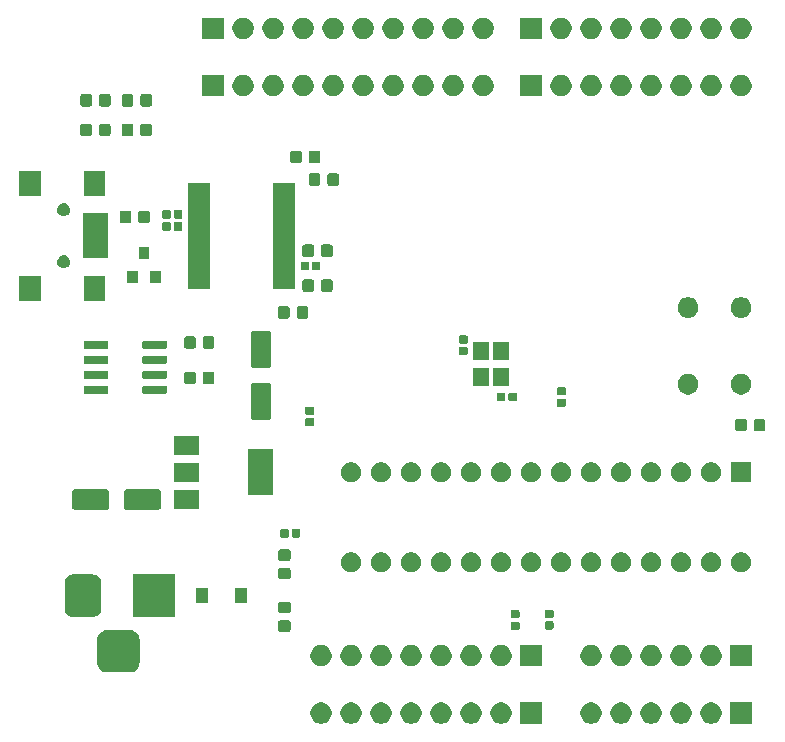
<source format=gbr>
G04 #@! TF.GenerationSoftware,KiCad,Pcbnew,(5.1.5)-3*
G04 #@! TF.CreationDate,2020-05-21T02:42:04+09:00*
G04 #@! TF.ProjectId,custom_arduino,63757374-6f6d-45f6-9172-6475696e6f2e,rev?*
G04 #@! TF.SameCoordinates,Original*
G04 #@! TF.FileFunction,Soldermask,Top*
G04 #@! TF.FilePolarity,Negative*
%FSLAX46Y46*%
G04 Gerber Fmt 4.6, Leading zero omitted, Abs format (unit mm)*
G04 Created by KiCad (PCBNEW (5.1.5)-3) date 2020-05-21 02:42:04*
%MOMM*%
%LPD*%
G04 APERTURE LIST*
%ADD10C,0.100000*%
G04 APERTURE END LIST*
D10*
G36*
X125781000Y-115281000D02*
G01*
X123979000Y-115281000D01*
X123979000Y-113479000D01*
X125781000Y-113479000D01*
X125781000Y-115281000D01*
G37*
G36*
X140233512Y-113483927D02*
G01*
X140382812Y-113513624D01*
X140546784Y-113581544D01*
X140694354Y-113680147D01*
X140819853Y-113805646D01*
X140918456Y-113953216D01*
X140986376Y-114117188D01*
X141021000Y-114291259D01*
X141021000Y-114468741D01*
X140986376Y-114642812D01*
X140918456Y-114806784D01*
X140819853Y-114954354D01*
X140694354Y-115079853D01*
X140546784Y-115178456D01*
X140382812Y-115246376D01*
X140233512Y-115276073D01*
X140208742Y-115281000D01*
X140031258Y-115281000D01*
X140006488Y-115276073D01*
X139857188Y-115246376D01*
X139693216Y-115178456D01*
X139545646Y-115079853D01*
X139420147Y-114954354D01*
X139321544Y-114806784D01*
X139253624Y-114642812D01*
X139219000Y-114468741D01*
X139219000Y-114291259D01*
X139253624Y-114117188D01*
X139321544Y-113953216D01*
X139420147Y-113805646D01*
X139545646Y-113680147D01*
X139693216Y-113581544D01*
X139857188Y-113513624D01*
X140006488Y-113483927D01*
X140031258Y-113479000D01*
X140208742Y-113479000D01*
X140233512Y-113483927D01*
G37*
G36*
X130073512Y-113483927D02*
G01*
X130222812Y-113513624D01*
X130386784Y-113581544D01*
X130534354Y-113680147D01*
X130659853Y-113805646D01*
X130758456Y-113953216D01*
X130826376Y-114117188D01*
X130861000Y-114291259D01*
X130861000Y-114468741D01*
X130826376Y-114642812D01*
X130758456Y-114806784D01*
X130659853Y-114954354D01*
X130534354Y-115079853D01*
X130386784Y-115178456D01*
X130222812Y-115246376D01*
X130073512Y-115276073D01*
X130048742Y-115281000D01*
X129871258Y-115281000D01*
X129846488Y-115276073D01*
X129697188Y-115246376D01*
X129533216Y-115178456D01*
X129385646Y-115079853D01*
X129260147Y-114954354D01*
X129161544Y-114806784D01*
X129093624Y-114642812D01*
X129059000Y-114468741D01*
X129059000Y-114291259D01*
X129093624Y-114117188D01*
X129161544Y-113953216D01*
X129260147Y-113805646D01*
X129385646Y-113680147D01*
X129533216Y-113581544D01*
X129697188Y-113513624D01*
X129846488Y-113483927D01*
X129871258Y-113479000D01*
X130048742Y-113479000D01*
X130073512Y-113483927D01*
G37*
G36*
X132613512Y-113483927D02*
G01*
X132762812Y-113513624D01*
X132926784Y-113581544D01*
X133074354Y-113680147D01*
X133199853Y-113805646D01*
X133298456Y-113953216D01*
X133366376Y-114117188D01*
X133401000Y-114291259D01*
X133401000Y-114468741D01*
X133366376Y-114642812D01*
X133298456Y-114806784D01*
X133199853Y-114954354D01*
X133074354Y-115079853D01*
X132926784Y-115178456D01*
X132762812Y-115246376D01*
X132613512Y-115276073D01*
X132588742Y-115281000D01*
X132411258Y-115281000D01*
X132386488Y-115276073D01*
X132237188Y-115246376D01*
X132073216Y-115178456D01*
X131925646Y-115079853D01*
X131800147Y-114954354D01*
X131701544Y-114806784D01*
X131633624Y-114642812D01*
X131599000Y-114468741D01*
X131599000Y-114291259D01*
X131633624Y-114117188D01*
X131701544Y-113953216D01*
X131800147Y-113805646D01*
X131925646Y-113680147D01*
X132073216Y-113581544D01*
X132237188Y-113513624D01*
X132386488Y-113483927D01*
X132411258Y-113479000D01*
X132588742Y-113479000D01*
X132613512Y-113483927D01*
G37*
G36*
X135153512Y-113483927D02*
G01*
X135302812Y-113513624D01*
X135466784Y-113581544D01*
X135614354Y-113680147D01*
X135739853Y-113805646D01*
X135838456Y-113953216D01*
X135906376Y-114117188D01*
X135941000Y-114291259D01*
X135941000Y-114468741D01*
X135906376Y-114642812D01*
X135838456Y-114806784D01*
X135739853Y-114954354D01*
X135614354Y-115079853D01*
X135466784Y-115178456D01*
X135302812Y-115246376D01*
X135153512Y-115276073D01*
X135128742Y-115281000D01*
X134951258Y-115281000D01*
X134926488Y-115276073D01*
X134777188Y-115246376D01*
X134613216Y-115178456D01*
X134465646Y-115079853D01*
X134340147Y-114954354D01*
X134241544Y-114806784D01*
X134173624Y-114642812D01*
X134139000Y-114468741D01*
X134139000Y-114291259D01*
X134173624Y-114117188D01*
X134241544Y-113953216D01*
X134340147Y-113805646D01*
X134465646Y-113680147D01*
X134613216Y-113581544D01*
X134777188Y-113513624D01*
X134926488Y-113483927D01*
X134951258Y-113479000D01*
X135128742Y-113479000D01*
X135153512Y-113483927D01*
G37*
G36*
X137693512Y-113483927D02*
G01*
X137842812Y-113513624D01*
X138006784Y-113581544D01*
X138154354Y-113680147D01*
X138279853Y-113805646D01*
X138378456Y-113953216D01*
X138446376Y-114117188D01*
X138481000Y-114291259D01*
X138481000Y-114468741D01*
X138446376Y-114642812D01*
X138378456Y-114806784D01*
X138279853Y-114954354D01*
X138154354Y-115079853D01*
X138006784Y-115178456D01*
X137842812Y-115246376D01*
X137693512Y-115276073D01*
X137668742Y-115281000D01*
X137491258Y-115281000D01*
X137466488Y-115276073D01*
X137317188Y-115246376D01*
X137153216Y-115178456D01*
X137005646Y-115079853D01*
X136880147Y-114954354D01*
X136781544Y-114806784D01*
X136713624Y-114642812D01*
X136679000Y-114468741D01*
X136679000Y-114291259D01*
X136713624Y-114117188D01*
X136781544Y-113953216D01*
X136880147Y-113805646D01*
X137005646Y-113680147D01*
X137153216Y-113581544D01*
X137317188Y-113513624D01*
X137466488Y-113483927D01*
X137491258Y-113479000D01*
X137668742Y-113479000D01*
X137693512Y-113483927D01*
G37*
G36*
X143561000Y-115281000D02*
G01*
X141759000Y-115281000D01*
X141759000Y-113479000D01*
X143561000Y-113479000D01*
X143561000Y-115281000D01*
G37*
G36*
X107213512Y-113483927D02*
G01*
X107362812Y-113513624D01*
X107526784Y-113581544D01*
X107674354Y-113680147D01*
X107799853Y-113805646D01*
X107898456Y-113953216D01*
X107966376Y-114117188D01*
X108001000Y-114291259D01*
X108001000Y-114468741D01*
X107966376Y-114642812D01*
X107898456Y-114806784D01*
X107799853Y-114954354D01*
X107674354Y-115079853D01*
X107526784Y-115178456D01*
X107362812Y-115246376D01*
X107213512Y-115276073D01*
X107188742Y-115281000D01*
X107011258Y-115281000D01*
X106986488Y-115276073D01*
X106837188Y-115246376D01*
X106673216Y-115178456D01*
X106525646Y-115079853D01*
X106400147Y-114954354D01*
X106301544Y-114806784D01*
X106233624Y-114642812D01*
X106199000Y-114468741D01*
X106199000Y-114291259D01*
X106233624Y-114117188D01*
X106301544Y-113953216D01*
X106400147Y-113805646D01*
X106525646Y-113680147D01*
X106673216Y-113581544D01*
X106837188Y-113513624D01*
X106986488Y-113483927D01*
X107011258Y-113479000D01*
X107188742Y-113479000D01*
X107213512Y-113483927D01*
G37*
G36*
X112293512Y-113483927D02*
G01*
X112442812Y-113513624D01*
X112606784Y-113581544D01*
X112754354Y-113680147D01*
X112879853Y-113805646D01*
X112978456Y-113953216D01*
X113046376Y-114117188D01*
X113081000Y-114291259D01*
X113081000Y-114468741D01*
X113046376Y-114642812D01*
X112978456Y-114806784D01*
X112879853Y-114954354D01*
X112754354Y-115079853D01*
X112606784Y-115178456D01*
X112442812Y-115246376D01*
X112293512Y-115276073D01*
X112268742Y-115281000D01*
X112091258Y-115281000D01*
X112066488Y-115276073D01*
X111917188Y-115246376D01*
X111753216Y-115178456D01*
X111605646Y-115079853D01*
X111480147Y-114954354D01*
X111381544Y-114806784D01*
X111313624Y-114642812D01*
X111279000Y-114468741D01*
X111279000Y-114291259D01*
X111313624Y-114117188D01*
X111381544Y-113953216D01*
X111480147Y-113805646D01*
X111605646Y-113680147D01*
X111753216Y-113581544D01*
X111917188Y-113513624D01*
X112066488Y-113483927D01*
X112091258Y-113479000D01*
X112268742Y-113479000D01*
X112293512Y-113483927D01*
G37*
G36*
X114833512Y-113483927D02*
G01*
X114982812Y-113513624D01*
X115146784Y-113581544D01*
X115294354Y-113680147D01*
X115419853Y-113805646D01*
X115518456Y-113953216D01*
X115586376Y-114117188D01*
X115621000Y-114291259D01*
X115621000Y-114468741D01*
X115586376Y-114642812D01*
X115518456Y-114806784D01*
X115419853Y-114954354D01*
X115294354Y-115079853D01*
X115146784Y-115178456D01*
X114982812Y-115246376D01*
X114833512Y-115276073D01*
X114808742Y-115281000D01*
X114631258Y-115281000D01*
X114606488Y-115276073D01*
X114457188Y-115246376D01*
X114293216Y-115178456D01*
X114145646Y-115079853D01*
X114020147Y-114954354D01*
X113921544Y-114806784D01*
X113853624Y-114642812D01*
X113819000Y-114468741D01*
X113819000Y-114291259D01*
X113853624Y-114117188D01*
X113921544Y-113953216D01*
X114020147Y-113805646D01*
X114145646Y-113680147D01*
X114293216Y-113581544D01*
X114457188Y-113513624D01*
X114606488Y-113483927D01*
X114631258Y-113479000D01*
X114808742Y-113479000D01*
X114833512Y-113483927D01*
G37*
G36*
X117373512Y-113483927D02*
G01*
X117522812Y-113513624D01*
X117686784Y-113581544D01*
X117834354Y-113680147D01*
X117959853Y-113805646D01*
X118058456Y-113953216D01*
X118126376Y-114117188D01*
X118161000Y-114291259D01*
X118161000Y-114468741D01*
X118126376Y-114642812D01*
X118058456Y-114806784D01*
X117959853Y-114954354D01*
X117834354Y-115079853D01*
X117686784Y-115178456D01*
X117522812Y-115246376D01*
X117373512Y-115276073D01*
X117348742Y-115281000D01*
X117171258Y-115281000D01*
X117146488Y-115276073D01*
X116997188Y-115246376D01*
X116833216Y-115178456D01*
X116685646Y-115079853D01*
X116560147Y-114954354D01*
X116461544Y-114806784D01*
X116393624Y-114642812D01*
X116359000Y-114468741D01*
X116359000Y-114291259D01*
X116393624Y-114117188D01*
X116461544Y-113953216D01*
X116560147Y-113805646D01*
X116685646Y-113680147D01*
X116833216Y-113581544D01*
X116997188Y-113513624D01*
X117146488Y-113483927D01*
X117171258Y-113479000D01*
X117348742Y-113479000D01*
X117373512Y-113483927D01*
G37*
G36*
X119913512Y-113483927D02*
G01*
X120062812Y-113513624D01*
X120226784Y-113581544D01*
X120374354Y-113680147D01*
X120499853Y-113805646D01*
X120598456Y-113953216D01*
X120666376Y-114117188D01*
X120701000Y-114291259D01*
X120701000Y-114468741D01*
X120666376Y-114642812D01*
X120598456Y-114806784D01*
X120499853Y-114954354D01*
X120374354Y-115079853D01*
X120226784Y-115178456D01*
X120062812Y-115246376D01*
X119913512Y-115276073D01*
X119888742Y-115281000D01*
X119711258Y-115281000D01*
X119686488Y-115276073D01*
X119537188Y-115246376D01*
X119373216Y-115178456D01*
X119225646Y-115079853D01*
X119100147Y-114954354D01*
X119001544Y-114806784D01*
X118933624Y-114642812D01*
X118899000Y-114468741D01*
X118899000Y-114291259D01*
X118933624Y-114117188D01*
X119001544Y-113953216D01*
X119100147Y-113805646D01*
X119225646Y-113680147D01*
X119373216Y-113581544D01*
X119537188Y-113513624D01*
X119686488Y-113483927D01*
X119711258Y-113479000D01*
X119888742Y-113479000D01*
X119913512Y-113483927D01*
G37*
G36*
X122453512Y-113483927D02*
G01*
X122602812Y-113513624D01*
X122766784Y-113581544D01*
X122914354Y-113680147D01*
X123039853Y-113805646D01*
X123138456Y-113953216D01*
X123206376Y-114117188D01*
X123241000Y-114291259D01*
X123241000Y-114468741D01*
X123206376Y-114642812D01*
X123138456Y-114806784D01*
X123039853Y-114954354D01*
X122914354Y-115079853D01*
X122766784Y-115178456D01*
X122602812Y-115246376D01*
X122453512Y-115276073D01*
X122428742Y-115281000D01*
X122251258Y-115281000D01*
X122226488Y-115276073D01*
X122077188Y-115246376D01*
X121913216Y-115178456D01*
X121765646Y-115079853D01*
X121640147Y-114954354D01*
X121541544Y-114806784D01*
X121473624Y-114642812D01*
X121439000Y-114468741D01*
X121439000Y-114291259D01*
X121473624Y-114117188D01*
X121541544Y-113953216D01*
X121640147Y-113805646D01*
X121765646Y-113680147D01*
X121913216Y-113581544D01*
X122077188Y-113513624D01*
X122226488Y-113483927D01*
X122251258Y-113479000D01*
X122428742Y-113479000D01*
X122453512Y-113483927D01*
G37*
G36*
X109753512Y-113483927D02*
G01*
X109902812Y-113513624D01*
X110066784Y-113581544D01*
X110214354Y-113680147D01*
X110339853Y-113805646D01*
X110438456Y-113953216D01*
X110506376Y-114117188D01*
X110541000Y-114291259D01*
X110541000Y-114468741D01*
X110506376Y-114642812D01*
X110438456Y-114806784D01*
X110339853Y-114954354D01*
X110214354Y-115079853D01*
X110066784Y-115178456D01*
X109902812Y-115246376D01*
X109753512Y-115276073D01*
X109728742Y-115281000D01*
X109551258Y-115281000D01*
X109526488Y-115276073D01*
X109377188Y-115246376D01*
X109213216Y-115178456D01*
X109065646Y-115079853D01*
X108940147Y-114954354D01*
X108841544Y-114806784D01*
X108773624Y-114642812D01*
X108739000Y-114468741D01*
X108739000Y-114291259D01*
X108773624Y-114117188D01*
X108841544Y-113953216D01*
X108940147Y-113805646D01*
X109065646Y-113680147D01*
X109213216Y-113581544D01*
X109377188Y-113513624D01*
X109526488Y-113483927D01*
X109551258Y-113479000D01*
X109728742Y-113479000D01*
X109753512Y-113483927D01*
G37*
G36*
X91066366Y-107355695D02*
G01*
X91223460Y-107403349D01*
X91368231Y-107480731D01*
X91495128Y-107584872D01*
X91599269Y-107711769D01*
X91676651Y-107856540D01*
X91724305Y-108013634D01*
X91741000Y-108183140D01*
X91741000Y-110096860D01*
X91724305Y-110266366D01*
X91676651Y-110423460D01*
X91599269Y-110568231D01*
X91495128Y-110695128D01*
X91368231Y-110799269D01*
X91223460Y-110876651D01*
X91066366Y-110924305D01*
X90896860Y-110941000D01*
X88983140Y-110941000D01*
X88813634Y-110924305D01*
X88656540Y-110876651D01*
X88511769Y-110799269D01*
X88384872Y-110695128D01*
X88280731Y-110568231D01*
X88203349Y-110423460D01*
X88155695Y-110266366D01*
X88139000Y-110096860D01*
X88139000Y-108183140D01*
X88155695Y-108013634D01*
X88203349Y-107856540D01*
X88280731Y-107711769D01*
X88384872Y-107584872D01*
X88511769Y-107480731D01*
X88656540Y-107403349D01*
X88813634Y-107355695D01*
X88983140Y-107339000D01*
X90896860Y-107339000D01*
X91066366Y-107355695D01*
G37*
G36*
X122453512Y-108623927D02*
G01*
X122602812Y-108653624D01*
X122766784Y-108721544D01*
X122914354Y-108820147D01*
X123039853Y-108945646D01*
X123138456Y-109093216D01*
X123206376Y-109257188D01*
X123241000Y-109431259D01*
X123241000Y-109608741D01*
X123206376Y-109782812D01*
X123138456Y-109946784D01*
X123039853Y-110094354D01*
X122914354Y-110219853D01*
X122766784Y-110318456D01*
X122602812Y-110386376D01*
X122453512Y-110416073D01*
X122428742Y-110421000D01*
X122251258Y-110421000D01*
X122226488Y-110416073D01*
X122077188Y-110386376D01*
X121913216Y-110318456D01*
X121765646Y-110219853D01*
X121640147Y-110094354D01*
X121541544Y-109946784D01*
X121473624Y-109782812D01*
X121439000Y-109608741D01*
X121439000Y-109431259D01*
X121473624Y-109257188D01*
X121541544Y-109093216D01*
X121640147Y-108945646D01*
X121765646Y-108820147D01*
X121913216Y-108721544D01*
X122077188Y-108653624D01*
X122226488Y-108623927D01*
X122251258Y-108619000D01*
X122428742Y-108619000D01*
X122453512Y-108623927D01*
G37*
G36*
X125781000Y-110421000D02*
G01*
X123979000Y-110421000D01*
X123979000Y-108619000D01*
X125781000Y-108619000D01*
X125781000Y-110421000D01*
G37*
G36*
X119913512Y-108623927D02*
G01*
X120062812Y-108653624D01*
X120226784Y-108721544D01*
X120374354Y-108820147D01*
X120499853Y-108945646D01*
X120598456Y-109093216D01*
X120666376Y-109257188D01*
X120701000Y-109431259D01*
X120701000Y-109608741D01*
X120666376Y-109782812D01*
X120598456Y-109946784D01*
X120499853Y-110094354D01*
X120374354Y-110219853D01*
X120226784Y-110318456D01*
X120062812Y-110386376D01*
X119913512Y-110416073D01*
X119888742Y-110421000D01*
X119711258Y-110421000D01*
X119686488Y-110416073D01*
X119537188Y-110386376D01*
X119373216Y-110318456D01*
X119225646Y-110219853D01*
X119100147Y-110094354D01*
X119001544Y-109946784D01*
X118933624Y-109782812D01*
X118899000Y-109608741D01*
X118899000Y-109431259D01*
X118933624Y-109257188D01*
X119001544Y-109093216D01*
X119100147Y-108945646D01*
X119225646Y-108820147D01*
X119373216Y-108721544D01*
X119537188Y-108653624D01*
X119686488Y-108623927D01*
X119711258Y-108619000D01*
X119888742Y-108619000D01*
X119913512Y-108623927D01*
G37*
G36*
X117373512Y-108623927D02*
G01*
X117522812Y-108653624D01*
X117686784Y-108721544D01*
X117834354Y-108820147D01*
X117959853Y-108945646D01*
X118058456Y-109093216D01*
X118126376Y-109257188D01*
X118161000Y-109431259D01*
X118161000Y-109608741D01*
X118126376Y-109782812D01*
X118058456Y-109946784D01*
X117959853Y-110094354D01*
X117834354Y-110219853D01*
X117686784Y-110318456D01*
X117522812Y-110386376D01*
X117373512Y-110416073D01*
X117348742Y-110421000D01*
X117171258Y-110421000D01*
X117146488Y-110416073D01*
X116997188Y-110386376D01*
X116833216Y-110318456D01*
X116685646Y-110219853D01*
X116560147Y-110094354D01*
X116461544Y-109946784D01*
X116393624Y-109782812D01*
X116359000Y-109608741D01*
X116359000Y-109431259D01*
X116393624Y-109257188D01*
X116461544Y-109093216D01*
X116560147Y-108945646D01*
X116685646Y-108820147D01*
X116833216Y-108721544D01*
X116997188Y-108653624D01*
X117146488Y-108623927D01*
X117171258Y-108619000D01*
X117348742Y-108619000D01*
X117373512Y-108623927D01*
G37*
G36*
X114833512Y-108623927D02*
G01*
X114982812Y-108653624D01*
X115146784Y-108721544D01*
X115294354Y-108820147D01*
X115419853Y-108945646D01*
X115518456Y-109093216D01*
X115586376Y-109257188D01*
X115621000Y-109431259D01*
X115621000Y-109608741D01*
X115586376Y-109782812D01*
X115518456Y-109946784D01*
X115419853Y-110094354D01*
X115294354Y-110219853D01*
X115146784Y-110318456D01*
X114982812Y-110386376D01*
X114833512Y-110416073D01*
X114808742Y-110421000D01*
X114631258Y-110421000D01*
X114606488Y-110416073D01*
X114457188Y-110386376D01*
X114293216Y-110318456D01*
X114145646Y-110219853D01*
X114020147Y-110094354D01*
X113921544Y-109946784D01*
X113853624Y-109782812D01*
X113819000Y-109608741D01*
X113819000Y-109431259D01*
X113853624Y-109257188D01*
X113921544Y-109093216D01*
X114020147Y-108945646D01*
X114145646Y-108820147D01*
X114293216Y-108721544D01*
X114457188Y-108653624D01*
X114606488Y-108623927D01*
X114631258Y-108619000D01*
X114808742Y-108619000D01*
X114833512Y-108623927D01*
G37*
G36*
X112293512Y-108623927D02*
G01*
X112442812Y-108653624D01*
X112606784Y-108721544D01*
X112754354Y-108820147D01*
X112879853Y-108945646D01*
X112978456Y-109093216D01*
X113046376Y-109257188D01*
X113081000Y-109431259D01*
X113081000Y-109608741D01*
X113046376Y-109782812D01*
X112978456Y-109946784D01*
X112879853Y-110094354D01*
X112754354Y-110219853D01*
X112606784Y-110318456D01*
X112442812Y-110386376D01*
X112293512Y-110416073D01*
X112268742Y-110421000D01*
X112091258Y-110421000D01*
X112066488Y-110416073D01*
X111917188Y-110386376D01*
X111753216Y-110318456D01*
X111605646Y-110219853D01*
X111480147Y-110094354D01*
X111381544Y-109946784D01*
X111313624Y-109782812D01*
X111279000Y-109608741D01*
X111279000Y-109431259D01*
X111313624Y-109257188D01*
X111381544Y-109093216D01*
X111480147Y-108945646D01*
X111605646Y-108820147D01*
X111753216Y-108721544D01*
X111917188Y-108653624D01*
X112066488Y-108623927D01*
X112091258Y-108619000D01*
X112268742Y-108619000D01*
X112293512Y-108623927D01*
G37*
G36*
X109753512Y-108623927D02*
G01*
X109902812Y-108653624D01*
X110066784Y-108721544D01*
X110214354Y-108820147D01*
X110339853Y-108945646D01*
X110438456Y-109093216D01*
X110506376Y-109257188D01*
X110541000Y-109431259D01*
X110541000Y-109608741D01*
X110506376Y-109782812D01*
X110438456Y-109946784D01*
X110339853Y-110094354D01*
X110214354Y-110219853D01*
X110066784Y-110318456D01*
X109902812Y-110386376D01*
X109753512Y-110416073D01*
X109728742Y-110421000D01*
X109551258Y-110421000D01*
X109526488Y-110416073D01*
X109377188Y-110386376D01*
X109213216Y-110318456D01*
X109065646Y-110219853D01*
X108940147Y-110094354D01*
X108841544Y-109946784D01*
X108773624Y-109782812D01*
X108739000Y-109608741D01*
X108739000Y-109431259D01*
X108773624Y-109257188D01*
X108841544Y-109093216D01*
X108940147Y-108945646D01*
X109065646Y-108820147D01*
X109213216Y-108721544D01*
X109377188Y-108653624D01*
X109526488Y-108623927D01*
X109551258Y-108619000D01*
X109728742Y-108619000D01*
X109753512Y-108623927D01*
G37*
G36*
X143561000Y-110421000D02*
G01*
X141759000Y-110421000D01*
X141759000Y-108619000D01*
X143561000Y-108619000D01*
X143561000Y-110421000D01*
G37*
G36*
X140233512Y-108623927D02*
G01*
X140382812Y-108653624D01*
X140546784Y-108721544D01*
X140694354Y-108820147D01*
X140819853Y-108945646D01*
X140918456Y-109093216D01*
X140986376Y-109257188D01*
X141021000Y-109431259D01*
X141021000Y-109608741D01*
X140986376Y-109782812D01*
X140918456Y-109946784D01*
X140819853Y-110094354D01*
X140694354Y-110219853D01*
X140546784Y-110318456D01*
X140382812Y-110386376D01*
X140233512Y-110416073D01*
X140208742Y-110421000D01*
X140031258Y-110421000D01*
X140006488Y-110416073D01*
X139857188Y-110386376D01*
X139693216Y-110318456D01*
X139545646Y-110219853D01*
X139420147Y-110094354D01*
X139321544Y-109946784D01*
X139253624Y-109782812D01*
X139219000Y-109608741D01*
X139219000Y-109431259D01*
X139253624Y-109257188D01*
X139321544Y-109093216D01*
X139420147Y-108945646D01*
X139545646Y-108820147D01*
X139693216Y-108721544D01*
X139857188Y-108653624D01*
X140006488Y-108623927D01*
X140031258Y-108619000D01*
X140208742Y-108619000D01*
X140233512Y-108623927D01*
G37*
G36*
X137693512Y-108623927D02*
G01*
X137842812Y-108653624D01*
X138006784Y-108721544D01*
X138154354Y-108820147D01*
X138279853Y-108945646D01*
X138378456Y-109093216D01*
X138446376Y-109257188D01*
X138481000Y-109431259D01*
X138481000Y-109608741D01*
X138446376Y-109782812D01*
X138378456Y-109946784D01*
X138279853Y-110094354D01*
X138154354Y-110219853D01*
X138006784Y-110318456D01*
X137842812Y-110386376D01*
X137693512Y-110416073D01*
X137668742Y-110421000D01*
X137491258Y-110421000D01*
X137466488Y-110416073D01*
X137317188Y-110386376D01*
X137153216Y-110318456D01*
X137005646Y-110219853D01*
X136880147Y-110094354D01*
X136781544Y-109946784D01*
X136713624Y-109782812D01*
X136679000Y-109608741D01*
X136679000Y-109431259D01*
X136713624Y-109257188D01*
X136781544Y-109093216D01*
X136880147Y-108945646D01*
X137005646Y-108820147D01*
X137153216Y-108721544D01*
X137317188Y-108653624D01*
X137466488Y-108623927D01*
X137491258Y-108619000D01*
X137668742Y-108619000D01*
X137693512Y-108623927D01*
G37*
G36*
X135153512Y-108623927D02*
G01*
X135302812Y-108653624D01*
X135466784Y-108721544D01*
X135614354Y-108820147D01*
X135739853Y-108945646D01*
X135838456Y-109093216D01*
X135906376Y-109257188D01*
X135941000Y-109431259D01*
X135941000Y-109608741D01*
X135906376Y-109782812D01*
X135838456Y-109946784D01*
X135739853Y-110094354D01*
X135614354Y-110219853D01*
X135466784Y-110318456D01*
X135302812Y-110386376D01*
X135153512Y-110416073D01*
X135128742Y-110421000D01*
X134951258Y-110421000D01*
X134926488Y-110416073D01*
X134777188Y-110386376D01*
X134613216Y-110318456D01*
X134465646Y-110219853D01*
X134340147Y-110094354D01*
X134241544Y-109946784D01*
X134173624Y-109782812D01*
X134139000Y-109608741D01*
X134139000Y-109431259D01*
X134173624Y-109257188D01*
X134241544Y-109093216D01*
X134340147Y-108945646D01*
X134465646Y-108820147D01*
X134613216Y-108721544D01*
X134777188Y-108653624D01*
X134926488Y-108623927D01*
X134951258Y-108619000D01*
X135128742Y-108619000D01*
X135153512Y-108623927D01*
G37*
G36*
X132613512Y-108623927D02*
G01*
X132762812Y-108653624D01*
X132926784Y-108721544D01*
X133074354Y-108820147D01*
X133199853Y-108945646D01*
X133298456Y-109093216D01*
X133366376Y-109257188D01*
X133401000Y-109431259D01*
X133401000Y-109608741D01*
X133366376Y-109782812D01*
X133298456Y-109946784D01*
X133199853Y-110094354D01*
X133074354Y-110219853D01*
X132926784Y-110318456D01*
X132762812Y-110386376D01*
X132613512Y-110416073D01*
X132588742Y-110421000D01*
X132411258Y-110421000D01*
X132386488Y-110416073D01*
X132237188Y-110386376D01*
X132073216Y-110318456D01*
X131925646Y-110219853D01*
X131800147Y-110094354D01*
X131701544Y-109946784D01*
X131633624Y-109782812D01*
X131599000Y-109608741D01*
X131599000Y-109431259D01*
X131633624Y-109257188D01*
X131701544Y-109093216D01*
X131800147Y-108945646D01*
X131925646Y-108820147D01*
X132073216Y-108721544D01*
X132237188Y-108653624D01*
X132386488Y-108623927D01*
X132411258Y-108619000D01*
X132588742Y-108619000D01*
X132613512Y-108623927D01*
G37*
G36*
X130073512Y-108623927D02*
G01*
X130222812Y-108653624D01*
X130386784Y-108721544D01*
X130534354Y-108820147D01*
X130659853Y-108945646D01*
X130758456Y-109093216D01*
X130826376Y-109257188D01*
X130861000Y-109431259D01*
X130861000Y-109608741D01*
X130826376Y-109782812D01*
X130758456Y-109946784D01*
X130659853Y-110094354D01*
X130534354Y-110219853D01*
X130386784Y-110318456D01*
X130222812Y-110386376D01*
X130073512Y-110416073D01*
X130048742Y-110421000D01*
X129871258Y-110421000D01*
X129846488Y-110416073D01*
X129697188Y-110386376D01*
X129533216Y-110318456D01*
X129385646Y-110219853D01*
X129260147Y-110094354D01*
X129161544Y-109946784D01*
X129093624Y-109782812D01*
X129059000Y-109608741D01*
X129059000Y-109431259D01*
X129093624Y-109257188D01*
X129161544Y-109093216D01*
X129260147Y-108945646D01*
X129385646Y-108820147D01*
X129533216Y-108721544D01*
X129697188Y-108653624D01*
X129846488Y-108623927D01*
X129871258Y-108619000D01*
X130048742Y-108619000D01*
X130073512Y-108623927D01*
G37*
G36*
X107213512Y-108623927D02*
G01*
X107362812Y-108653624D01*
X107526784Y-108721544D01*
X107674354Y-108820147D01*
X107799853Y-108945646D01*
X107898456Y-109093216D01*
X107966376Y-109257188D01*
X108001000Y-109431259D01*
X108001000Y-109608741D01*
X107966376Y-109782812D01*
X107898456Y-109946784D01*
X107799853Y-110094354D01*
X107674354Y-110219853D01*
X107526784Y-110318456D01*
X107362812Y-110386376D01*
X107213512Y-110416073D01*
X107188742Y-110421000D01*
X107011258Y-110421000D01*
X106986488Y-110416073D01*
X106837188Y-110386376D01*
X106673216Y-110318456D01*
X106525646Y-110219853D01*
X106400147Y-110094354D01*
X106301544Y-109946784D01*
X106233624Y-109782812D01*
X106199000Y-109608741D01*
X106199000Y-109431259D01*
X106233624Y-109257188D01*
X106301544Y-109093216D01*
X106400147Y-108945646D01*
X106525646Y-108820147D01*
X106673216Y-108721544D01*
X106837188Y-108653624D01*
X106986488Y-108623927D01*
X107011258Y-108619000D01*
X107188742Y-108619000D01*
X107213512Y-108623927D01*
G37*
G36*
X104379591Y-106515585D02*
G01*
X104413569Y-106525893D01*
X104444890Y-106542634D01*
X104472339Y-106565161D01*
X104494866Y-106592610D01*
X104511607Y-106623931D01*
X104521915Y-106657909D01*
X104526000Y-106699390D01*
X104526000Y-107300610D01*
X104521915Y-107342091D01*
X104511607Y-107376069D01*
X104494866Y-107407390D01*
X104472339Y-107434839D01*
X104444890Y-107457366D01*
X104413569Y-107474107D01*
X104379591Y-107484415D01*
X104338110Y-107488500D01*
X103661890Y-107488500D01*
X103620409Y-107484415D01*
X103586431Y-107474107D01*
X103555110Y-107457366D01*
X103527661Y-107434839D01*
X103505134Y-107407390D01*
X103488393Y-107376069D01*
X103478085Y-107342091D01*
X103474000Y-107300610D01*
X103474000Y-106699390D01*
X103478085Y-106657909D01*
X103488393Y-106623931D01*
X103505134Y-106592610D01*
X103527661Y-106565161D01*
X103555110Y-106542634D01*
X103586431Y-106525893D01*
X103620409Y-106515585D01*
X103661890Y-106511500D01*
X104338110Y-106511500D01*
X104379591Y-106515585D01*
G37*
G36*
X123811938Y-106636716D02*
G01*
X123832557Y-106642971D01*
X123851553Y-106653124D01*
X123868208Y-106666792D01*
X123881876Y-106683447D01*
X123892029Y-106702443D01*
X123898284Y-106723062D01*
X123901000Y-106750640D01*
X123901000Y-107209360D01*
X123898284Y-107236938D01*
X123892029Y-107257557D01*
X123881876Y-107276553D01*
X123868208Y-107293208D01*
X123851553Y-107306876D01*
X123832557Y-107317029D01*
X123811938Y-107323284D01*
X123784360Y-107326000D01*
X123275640Y-107326000D01*
X123248062Y-107323284D01*
X123227443Y-107317029D01*
X123208447Y-107306876D01*
X123191792Y-107293208D01*
X123178124Y-107276553D01*
X123167971Y-107257557D01*
X123161716Y-107236938D01*
X123159000Y-107209360D01*
X123159000Y-106750640D01*
X123161716Y-106723062D01*
X123167971Y-106702443D01*
X123178124Y-106683447D01*
X123191792Y-106666792D01*
X123208447Y-106653124D01*
X123227443Y-106642971D01*
X123248062Y-106636716D01*
X123275640Y-106634000D01*
X123784360Y-106634000D01*
X123811938Y-106636716D01*
G37*
G36*
X126691938Y-106616716D02*
G01*
X126712557Y-106622971D01*
X126731553Y-106633124D01*
X126748208Y-106646792D01*
X126761876Y-106663447D01*
X126772029Y-106682443D01*
X126778284Y-106703062D01*
X126781000Y-106730640D01*
X126781000Y-107189360D01*
X126778284Y-107216938D01*
X126772029Y-107237557D01*
X126761876Y-107256553D01*
X126748208Y-107273208D01*
X126731553Y-107286876D01*
X126712557Y-107297029D01*
X126691938Y-107303284D01*
X126664360Y-107306000D01*
X126155640Y-107306000D01*
X126128062Y-107303284D01*
X126107443Y-107297029D01*
X126088447Y-107286876D01*
X126071792Y-107273208D01*
X126058124Y-107256553D01*
X126047971Y-107237557D01*
X126041716Y-107216938D01*
X126039000Y-107189360D01*
X126039000Y-106730640D01*
X126041716Y-106703062D01*
X126047971Y-106682443D01*
X126058124Y-106663447D01*
X126071792Y-106646792D01*
X126088447Y-106633124D01*
X126107443Y-106622971D01*
X126128062Y-106616716D01*
X126155640Y-106614000D01*
X126664360Y-106614000D01*
X126691938Y-106616716D01*
G37*
G36*
X123811938Y-105666716D02*
G01*
X123832557Y-105672971D01*
X123851553Y-105683124D01*
X123868208Y-105696792D01*
X123881876Y-105713447D01*
X123892029Y-105732443D01*
X123898284Y-105753062D01*
X123901000Y-105780640D01*
X123901000Y-106239360D01*
X123898284Y-106266938D01*
X123892029Y-106287557D01*
X123881876Y-106306553D01*
X123868208Y-106323208D01*
X123851553Y-106336876D01*
X123832557Y-106347029D01*
X123811938Y-106353284D01*
X123784360Y-106356000D01*
X123275640Y-106356000D01*
X123248062Y-106353284D01*
X123227443Y-106347029D01*
X123208447Y-106336876D01*
X123191792Y-106323208D01*
X123178124Y-106306553D01*
X123167971Y-106287557D01*
X123161716Y-106266938D01*
X123159000Y-106239360D01*
X123159000Y-105780640D01*
X123161716Y-105753062D01*
X123167971Y-105732443D01*
X123178124Y-105713447D01*
X123191792Y-105696792D01*
X123208447Y-105683124D01*
X123227443Y-105672971D01*
X123248062Y-105666716D01*
X123275640Y-105664000D01*
X123784360Y-105664000D01*
X123811938Y-105666716D01*
G37*
G36*
X126691938Y-105646716D02*
G01*
X126712557Y-105652971D01*
X126731553Y-105663124D01*
X126748208Y-105676792D01*
X126761876Y-105693447D01*
X126772029Y-105712443D01*
X126778284Y-105733062D01*
X126781000Y-105760640D01*
X126781000Y-106219360D01*
X126778284Y-106246938D01*
X126772029Y-106267557D01*
X126761876Y-106286553D01*
X126748208Y-106303208D01*
X126731553Y-106316876D01*
X126712557Y-106327029D01*
X126691938Y-106333284D01*
X126664360Y-106336000D01*
X126155640Y-106336000D01*
X126128062Y-106333284D01*
X126107443Y-106327029D01*
X126088447Y-106316876D01*
X126071792Y-106303208D01*
X126058124Y-106286553D01*
X126047971Y-106267557D01*
X126041716Y-106246938D01*
X126039000Y-106219360D01*
X126039000Y-105760640D01*
X126041716Y-105733062D01*
X126047971Y-105712443D01*
X126058124Y-105693447D01*
X126071792Y-105676792D01*
X126088447Y-105663124D01*
X126107443Y-105652971D01*
X126128062Y-105646716D01*
X126155640Y-105644000D01*
X126664360Y-105644000D01*
X126691938Y-105646716D01*
G37*
G36*
X94741000Y-106241000D02*
G01*
X91139000Y-106241000D01*
X91139000Y-102639000D01*
X94741000Y-102639000D01*
X94741000Y-106241000D01*
G37*
G36*
X87916979Y-102653293D02*
G01*
X88050625Y-102693834D01*
X88173784Y-102759664D01*
X88281740Y-102848260D01*
X88370336Y-102956216D01*
X88436166Y-103079375D01*
X88476707Y-103213021D01*
X88491000Y-103358140D01*
X88491000Y-105521860D01*
X88476707Y-105666979D01*
X88436166Y-105800625D01*
X88370336Y-105923784D01*
X88281740Y-106031740D01*
X88173784Y-106120336D01*
X88050625Y-106186166D01*
X87916979Y-106226707D01*
X87771860Y-106241000D01*
X86108140Y-106241000D01*
X85963021Y-106226707D01*
X85829375Y-106186166D01*
X85706216Y-106120336D01*
X85598260Y-106031740D01*
X85509664Y-105923784D01*
X85443834Y-105800625D01*
X85403293Y-105666979D01*
X85389000Y-105521860D01*
X85389000Y-103358140D01*
X85403293Y-103213021D01*
X85443834Y-103079375D01*
X85509664Y-102956216D01*
X85598260Y-102848260D01*
X85706216Y-102759664D01*
X85829375Y-102693834D01*
X85963021Y-102653293D01*
X86108140Y-102639000D01*
X87771860Y-102639000D01*
X87916979Y-102653293D01*
G37*
G36*
X104379591Y-104940585D02*
G01*
X104413569Y-104950893D01*
X104444890Y-104967634D01*
X104472339Y-104990161D01*
X104494866Y-105017610D01*
X104511607Y-105048931D01*
X104521915Y-105082909D01*
X104526000Y-105124390D01*
X104526000Y-105725610D01*
X104521915Y-105767091D01*
X104511607Y-105801069D01*
X104494866Y-105832390D01*
X104472339Y-105859839D01*
X104444890Y-105882366D01*
X104413569Y-105899107D01*
X104379591Y-105909415D01*
X104338110Y-105913500D01*
X103661890Y-105913500D01*
X103620409Y-105909415D01*
X103586431Y-105899107D01*
X103555110Y-105882366D01*
X103527661Y-105859839D01*
X103505134Y-105832390D01*
X103488393Y-105801069D01*
X103478085Y-105767091D01*
X103474000Y-105725610D01*
X103474000Y-105124390D01*
X103478085Y-105082909D01*
X103488393Y-105048931D01*
X103505134Y-105017610D01*
X103527661Y-104990161D01*
X103555110Y-104967634D01*
X103586431Y-104950893D01*
X103620409Y-104940585D01*
X103661890Y-104936500D01*
X104338110Y-104936500D01*
X104379591Y-104940585D01*
G37*
G36*
X100801000Y-105091000D02*
G01*
X99799000Y-105091000D01*
X99799000Y-103789000D01*
X100801000Y-103789000D01*
X100801000Y-105091000D01*
G37*
G36*
X97501000Y-105091000D02*
G01*
X96499000Y-105091000D01*
X96499000Y-103789000D01*
X97501000Y-103789000D01*
X97501000Y-105091000D01*
G37*
G36*
X104379591Y-102090585D02*
G01*
X104413569Y-102100893D01*
X104444890Y-102117634D01*
X104472339Y-102140161D01*
X104494866Y-102167610D01*
X104511607Y-102198931D01*
X104521915Y-102232909D01*
X104526000Y-102274390D01*
X104526000Y-102875610D01*
X104521915Y-102917091D01*
X104511607Y-102951069D01*
X104494866Y-102982390D01*
X104472339Y-103009839D01*
X104444890Y-103032366D01*
X104413569Y-103049107D01*
X104379591Y-103059415D01*
X104338110Y-103063500D01*
X103661890Y-103063500D01*
X103620409Y-103059415D01*
X103586431Y-103049107D01*
X103555110Y-103032366D01*
X103527661Y-103009839D01*
X103505134Y-102982390D01*
X103488393Y-102951069D01*
X103478085Y-102917091D01*
X103474000Y-102875610D01*
X103474000Y-102274390D01*
X103478085Y-102232909D01*
X103488393Y-102198931D01*
X103505134Y-102167610D01*
X103527661Y-102140161D01*
X103555110Y-102117634D01*
X103586431Y-102100893D01*
X103620409Y-102090585D01*
X103661890Y-102086500D01*
X104338110Y-102086500D01*
X104379591Y-102090585D01*
G37*
G36*
X140368228Y-100801703D02*
G01*
X140523100Y-100865853D01*
X140662481Y-100958985D01*
X140781015Y-101077519D01*
X140874147Y-101216900D01*
X140938297Y-101371772D01*
X140971000Y-101536184D01*
X140971000Y-101703816D01*
X140938297Y-101868228D01*
X140874147Y-102023100D01*
X140781015Y-102162481D01*
X140662481Y-102281015D01*
X140523100Y-102374147D01*
X140368228Y-102438297D01*
X140203816Y-102471000D01*
X140036184Y-102471000D01*
X139871772Y-102438297D01*
X139716900Y-102374147D01*
X139577519Y-102281015D01*
X139458985Y-102162481D01*
X139365853Y-102023100D01*
X139301703Y-101868228D01*
X139269000Y-101703816D01*
X139269000Y-101536184D01*
X139301703Y-101371772D01*
X139365853Y-101216900D01*
X139458985Y-101077519D01*
X139577519Y-100958985D01*
X139716900Y-100865853D01*
X139871772Y-100801703D01*
X140036184Y-100769000D01*
X140203816Y-100769000D01*
X140368228Y-100801703D01*
G37*
G36*
X137828228Y-100801703D02*
G01*
X137983100Y-100865853D01*
X138122481Y-100958985D01*
X138241015Y-101077519D01*
X138334147Y-101216900D01*
X138398297Y-101371772D01*
X138431000Y-101536184D01*
X138431000Y-101703816D01*
X138398297Y-101868228D01*
X138334147Y-102023100D01*
X138241015Y-102162481D01*
X138122481Y-102281015D01*
X137983100Y-102374147D01*
X137828228Y-102438297D01*
X137663816Y-102471000D01*
X137496184Y-102471000D01*
X137331772Y-102438297D01*
X137176900Y-102374147D01*
X137037519Y-102281015D01*
X136918985Y-102162481D01*
X136825853Y-102023100D01*
X136761703Y-101868228D01*
X136729000Y-101703816D01*
X136729000Y-101536184D01*
X136761703Y-101371772D01*
X136825853Y-101216900D01*
X136918985Y-101077519D01*
X137037519Y-100958985D01*
X137176900Y-100865853D01*
X137331772Y-100801703D01*
X137496184Y-100769000D01*
X137663816Y-100769000D01*
X137828228Y-100801703D01*
G37*
G36*
X135288228Y-100801703D02*
G01*
X135443100Y-100865853D01*
X135582481Y-100958985D01*
X135701015Y-101077519D01*
X135794147Y-101216900D01*
X135858297Y-101371772D01*
X135891000Y-101536184D01*
X135891000Y-101703816D01*
X135858297Y-101868228D01*
X135794147Y-102023100D01*
X135701015Y-102162481D01*
X135582481Y-102281015D01*
X135443100Y-102374147D01*
X135288228Y-102438297D01*
X135123816Y-102471000D01*
X134956184Y-102471000D01*
X134791772Y-102438297D01*
X134636900Y-102374147D01*
X134497519Y-102281015D01*
X134378985Y-102162481D01*
X134285853Y-102023100D01*
X134221703Y-101868228D01*
X134189000Y-101703816D01*
X134189000Y-101536184D01*
X134221703Y-101371772D01*
X134285853Y-101216900D01*
X134378985Y-101077519D01*
X134497519Y-100958985D01*
X134636900Y-100865853D01*
X134791772Y-100801703D01*
X134956184Y-100769000D01*
X135123816Y-100769000D01*
X135288228Y-100801703D01*
G37*
G36*
X132748228Y-100801703D02*
G01*
X132903100Y-100865853D01*
X133042481Y-100958985D01*
X133161015Y-101077519D01*
X133254147Y-101216900D01*
X133318297Y-101371772D01*
X133351000Y-101536184D01*
X133351000Y-101703816D01*
X133318297Y-101868228D01*
X133254147Y-102023100D01*
X133161015Y-102162481D01*
X133042481Y-102281015D01*
X132903100Y-102374147D01*
X132748228Y-102438297D01*
X132583816Y-102471000D01*
X132416184Y-102471000D01*
X132251772Y-102438297D01*
X132096900Y-102374147D01*
X131957519Y-102281015D01*
X131838985Y-102162481D01*
X131745853Y-102023100D01*
X131681703Y-101868228D01*
X131649000Y-101703816D01*
X131649000Y-101536184D01*
X131681703Y-101371772D01*
X131745853Y-101216900D01*
X131838985Y-101077519D01*
X131957519Y-100958985D01*
X132096900Y-100865853D01*
X132251772Y-100801703D01*
X132416184Y-100769000D01*
X132583816Y-100769000D01*
X132748228Y-100801703D01*
G37*
G36*
X130208228Y-100801703D02*
G01*
X130363100Y-100865853D01*
X130502481Y-100958985D01*
X130621015Y-101077519D01*
X130714147Y-101216900D01*
X130778297Y-101371772D01*
X130811000Y-101536184D01*
X130811000Y-101703816D01*
X130778297Y-101868228D01*
X130714147Y-102023100D01*
X130621015Y-102162481D01*
X130502481Y-102281015D01*
X130363100Y-102374147D01*
X130208228Y-102438297D01*
X130043816Y-102471000D01*
X129876184Y-102471000D01*
X129711772Y-102438297D01*
X129556900Y-102374147D01*
X129417519Y-102281015D01*
X129298985Y-102162481D01*
X129205853Y-102023100D01*
X129141703Y-101868228D01*
X129109000Y-101703816D01*
X129109000Y-101536184D01*
X129141703Y-101371772D01*
X129205853Y-101216900D01*
X129298985Y-101077519D01*
X129417519Y-100958985D01*
X129556900Y-100865853D01*
X129711772Y-100801703D01*
X129876184Y-100769000D01*
X130043816Y-100769000D01*
X130208228Y-100801703D01*
G37*
G36*
X127668228Y-100801703D02*
G01*
X127823100Y-100865853D01*
X127962481Y-100958985D01*
X128081015Y-101077519D01*
X128174147Y-101216900D01*
X128238297Y-101371772D01*
X128271000Y-101536184D01*
X128271000Y-101703816D01*
X128238297Y-101868228D01*
X128174147Y-102023100D01*
X128081015Y-102162481D01*
X127962481Y-102281015D01*
X127823100Y-102374147D01*
X127668228Y-102438297D01*
X127503816Y-102471000D01*
X127336184Y-102471000D01*
X127171772Y-102438297D01*
X127016900Y-102374147D01*
X126877519Y-102281015D01*
X126758985Y-102162481D01*
X126665853Y-102023100D01*
X126601703Y-101868228D01*
X126569000Y-101703816D01*
X126569000Y-101536184D01*
X126601703Y-101371772D01*
X126665853Y-101216900D01*
X126758985Y-101077519D01*
X126877519Y-100958985D01*
X127016900Y-100865853D01*
X127171772Y-100801703D01*
X127336184Y-100769000D01*
X127503816Y-100769000D01*
X127668228Y-100801703D01*
G37*
G36*
X125128228Y-100801703D02*
G01*
X125283100Y-100865853D01*
X125422481Y-100958985D01*
X125541015Y-101077519D01*
X125634147Y-101216900D01*
X125698297Y-101371772D01*
X125731000Y-101536184D01*
X125731000Y-101703816D01*
X125698297Y-101868228D01*
X125634147Y-102023100D01*
X125541015Y-102162481D01*
X125422481Y-102281015D01*
X125283100Y-102374147D01*
X125128228Y-102438297D01*
X124963816Y-102471000D01*
X124796184Y-102471000D01*
X124631772Y-102438297D01*
X124476900Y-102374147D01*
X124337519Y-102281015D01*
X124218985Y-102162481D01*
X124125853Y-102023100D01*
X124061703Y-101868228D01*
X124029000Y-101703816D01*
X124029000Y-101536184D01*
X124061703Y-101371772D01*
X124125853Y-101216900D01*
X124218985Y-101077519D01*
X124337519Y-100958985D01*
X124476900Y-100865853D01*
X124631772Y-100801703D01*
X124796184Y-100769000D01*
X124963816Y-100769000D01*
X125128228Y-100801703D01*
G37*
G36*
X117508228Y-100801703D02*
G01*
X117663100Y-100865853D01*
X117802481Y-100958985D01*
X117921015Y-101077519D01*
X118014147Y-101216900D01*
X118078297Y-101371772D01*
X118111000Y-101536184D01*
X118111000Y-101703816D01*
X118078297Y-101868228D01*
X118014147Y-102023100D01*
X117921015Y-102162481D01*
X117802481Y-102281015D01*
X117663100Y-102374147D01*
X117508228Y-102438297D01*
X117343816Y-102471000D01*
X117176184Y-102471000D01*
X117011772Y-102438297D01*
X116856900Y-102374147D01*
X116717519Y-102281015D01*
X116598985Y-102162481D01*
X116505853Y-102023100D01*
X116441703Y-101868228D01*
X116409000Y-101703816D01*
X116409000Y-101536184D01*
X116441703Y-101371772D01*
X116505853Y-101216900D01*
X116598985Y-101077519D01*
X116717519Y-100958985D01*
X116856900Y-100865853D01*
X117011772Y-100801703D01*
X117176184Y-100769000D01*
X117343816Y-100769000D01*
X117508228Y-100801703D01*
G37*
G36*
X114968228Y-100801703D02*
G01*
X115123100Y-100865853D01*
X115262481Y-100958985D01*
X115381015Y-101077519D01*
X115474147Y-101216900D01*
X115538297Y-101371772D01*
X115571000Y-101536184D01*
X115571000Y-101703816D01*
X115538297Y-101868228D01*
X115474147Y-102023100D01*
X115381015Y-102162481D01*
X115262481Y-102281015D01*
X115123100Y-102374147D01*
X114968228Y-102438297D01*
X114803816Y-102471000D01*
X114636184Y-102471000D01*
X114471772Y-102438297D01*
X114316900Y-102374147D01*
X114177519Y-102281015D01*
X114058985Y-102162481D01*
X113965853Y-102023100D01*
X113901703Y-101868228D01*
X113869000Y-101703816D01*
X113869000Y-101536184D01*
X113901703Y-101371772D01*
X113965853Y-101216900D01*
X114058985Y-101077519D01*
X114177519Y-100958985D01*
X114316900Y-100865853D01*
X114471772Y-100801703D01*
X114636184Y-100769000D01*
X114803816Y-100769000D01*
X114968228Y-100801703D01*
G37*
G36*
X112428228Y-100801703D02*
G01*
X112583100Y-100865853D01*
X112722481Y-100958985D01*
X112841015Y-101077519D01*
X112934147Y-101216900D01*
X112998297Y-101371772D01*
X113031000Y-101536184D01*
X113031000Y-101703816D01*
X112998297Y-101868228D01*
X112934147Y-102023100D01*
X112841015Y-102162481D01*
X112722481Y-102281015D01*
X112583100Y-102374147D01*
X112428228Y-102438297D01*
X112263816Y-102471000D01*
X112096184Y-102471000D01*
X111931772Y-102438297D01*
X111776900Y-102374147D01*
X111637519Y-102281015D01*
X111518985Y-102162481D01*
X111425853Y-102023100D01*
X111361703Y-101868228D01*
X111329000Y-101703816D01*
X111329000Y-101536184D01*
X111361703Y-101371772D01*
X111425853Y-101216900D01*
X111518985Y-101077519D01*
X111637519Y-100958985D01*
X111776900Y-100865853D01*
X111931772Y-100801703D01*
X112096184Y-100769000D01*
X112263816Y-100769000D01*
X112428228Y-100801703D01*
G37*
G36*
X142908228Y-100801703D02*
G01*
X143063100Y-100865853D01*
X143202481Y-100958985D01*
X143321015Y-101077519D01*
X143414147Y-101216900D01*
X143478297Y-101371772D01*
X143511000Y-101536184D01*
X143511000Y-101703816D01*
X143478297Y-101868228D01*
X143414147Y-102023100D01*
X143321015Y-102162481D01*
X143202481Y-102281015D01*
X143063100Y-102374147D01*
X142908228Y-102438297D01*
X142743816Y-102471000D01*
X142576184Y-102471000D01*
X142411772Y-102438297D01*
X142256900Y-102374147D01*
X142117519Y-102281015D01*
X141998985Y-102162481D01*
X141905853Y-102023100D01*
X141841703Y-101868228D01*
X141809000Y-101703816D01*
X141809000Y-101536184D01*
X141841703Y-101371772D01*
X141905853Y-101216900D01*
X141998985Y-101077519D01*
X142117519Y-100958985D01*
X142256900Y-100865853D01*
X142411772Y-100801703D01*
X142576184Y-100769000D01*
X142743816Y-100769000D01*
X142908228Y-100801703D01*
G37*
G36*
X122588228Y-100801703D02*
G01*
X122743100Y-100865853D01*
X122882481Y-100958985D01*
X123001015Y-101077519D01*
X123094147Y-101216900D01*
X123158297Y-101371772D01*
X123191000Y-101536184D01*
X123191000Y-101703816D01*
X123158297Y-101868228D01*
X123094147Y-102023100D01*
X123001015Y-102162481D01*
X122882481Y-102281015D01*
X122743100Y-102374147D01*
X122588228Y-102438297D01*
X122423816Y-102471000D01*
X122256184Y-102471000D01*
X122091772Y-102438297D01*
X121936900Y-102374147D01*
X121797519Y-102281015D01*
X121678985Y-102162481D01*
X121585853Y-102023100D01*
X121521703Y-101868228D01*
X121489000Y-101703816D01*
X121489000Y-101536184D01*
X121521703Y-101371772D01*
X121585853Y-101216900D01*
X121678985Y-101077519D01*
X121797519Y-100958985D01*
X121936900Y-100865853D01*
X122091772Y-100801703D01*
X122256184Y-100769000D01*
X122423816Y-100769000D01*
X122588228Y-100801703D01*
G37*
G36*
X109888228Y-100801703D02*
G01*
X110043100Y-100865853D01*
X110182481Y-100958985D01*
X110301015Y-101077519D01*
X110394147Y-101216900D01*
X110458297Y-101371772D01*
X110491000Y-101536184D01*
X110491000Y-101703816D01*
X110458297Y-101868228D01*
X110394147Y-102023100D01*
X110301015Y-102162481D01*
X110182481Y-102281015D01*
X110043100Y-102374147D01*
X109888228Y-102438297D01*
X109723816Y-102471000D01*
X109556184Y-102471000D01*
X109391772Y-102438297D01*
X109236900Y-102374147D01*
X109097519Y-102281015D01*
X108978985Y-102162481D01*
X108885853Y-102023100D01*
X108821703Y-101868228D01*
X108789000Y-101703816D01*
X108789000Y-101536184D01*
X108821703Y-101371772D01*
X108885853Y-101216900D01*
X108978985Y-101077519D01*
X109097519Y-100958985D01*
X109236900Y-100865853D01*
X109391772Y-100801703D01*
X109556184Y-100769000D01*
X109723816Y-100769000D01*
X109888228Y-100801703D01*
G37*
G36*
X120048228Y-100801703D02*
G01*
X120203100Y-100865853D01*
X120342481Y-100958985D01*
X120461015Y-101077519D01*
X120554147Y-101216900D01*
X120618297Y-101371772D01*
X120651000Y-101536184D01*
X120651000Y-101703816D01*
X120618297Y-101868228D01*
X120554147Y-102023100D01*
X120461015Y-102162481D01*
X120342481Y-102281015D01*
X120203100Y-102374147D01*
X120048228Y-102438297D01*
X119883816Y-102471000D01*
X119716184Y-102471000D01*
X119551772Y-102438297D01*
X119396900Y-102374147D01*
X119257519Y-102281015D01*
X119138985Y-102162481D01*
X119045853Y-102023100D01*
X118981703Y-101868228D01*
X118949000Y-101703816D01*
X118949000Y-101536184D01*
X118981703Y-101371772D01*
X119045853Y-101216900D01*
X119138985Y-101077519D01*
X119257519Y-100958985D01*
X119396900Y-100865853D01*
X119551772Y-100801703D01*
X119716184Y-100769000D01*
X119883816Y-100769000D01*
X120048228Y-100801703D01*
G37*
G36*
X104379591Y-100515585D02*
G01*
X104413569Y-100525893D01*
X104444890Y-100542634D01*
X104472339Y-100565161D01*
X104494866Y-100592610D01*
X104511607Y-100623931D01*
X104521915Y-100657909D01*
X104526000Y-100699390D01*
X104526000Y-101300610D01*
X104521915Y-101342091D01*
X104511607Y-101376069D01*
X104494866Y-101407390D01*
X104472339Y-101434839D01*
X104444890Y-101457366D01*
X104413569Y-101474107D01*
X104379591Y-101484415D01*
X104338110Y-101488500D01*
X103661890Y-101488500D01*
X103620409Y-101484415D01*
X103586431Y-101474107D01*
X103555110Y-101457366D01*
X103527661Y-101434839D01*
X103505134Y-101407390D01*
X103488393Y-101376069D01*
X103478085Y-101342091D01*
X103474000Y-101300610D01*
X103474000Y-100699390D01*
X103478085Y-100657909D01*
X103488393Y-100623931D01*
X103505134Y-100592610D01*
X103527661Y-100565161D01*
X103555110Y-100542634D01*
X103586431Y-100525893D01*
X103620409Y-100515585D01*
X103661890Y-100511500D01*
X104338110Y-100511500D01*
X104379591Y-100515585D01*
G37*
G36*
X105226938Y-98781716D02*
G01*
X105247557Y-98787971D01*
X105266553Y-98798124D01*
X105283208Y-98811792D01*
X105296876Y-98828447D01*
X105307029Y-98847443D01*
X105313284Y-98868062D01*
X105316000Y-98895640D01*
X105316000Y-99404360D01*
X105313284Y-99431938D01*
X105307029Y-99452557D01*
X105296876Y-99471553D01*
X105283208Y-99488208D01*
X105266553Y-99501876D01*
X105247557Y-99512029D01*
X105226938Y-99518284D01*
X105199360Y-99521000D01*
X104740640Y-99521000D01*
X104713062Y-99518284D01*
X104692443Y-99512029D01*
X104673447Y-99501876D01*
X104656792Y-99488208D01*
X104643124Y-99471553D01*
X104632971Y-99452557D01*
X104626716Y-99431938D01*
X104624000Y-99404360D01*
X104624000Y-98895640D01*
X104626716Y-98868062D01*
X104632971Y-98847443D01*
X104643124Y-98828447D01*
X104656792Y-98811792D01*
X104673447Y-98798124D01*
X104692443Y-98787971D01*
X104713062Y-98781716D01*
X104740640Y-98779000D01*
X105199360Y-98779000D01*
X105226938Y-98781716D01*
G37*
G36*
X104256938Y-98781716D02*
G01*
X104277557Y-98787971D01*
X104296553Y-98798124D01*
X104313208Y-98811792D01*
X104326876Y-98828447D01*
X104337029Y-98847443D01*
X104343284Y-98868062D01*
X104346000Y-98895640D01*
X104346000Y-99404360D01*
X104343284Y-99431938D01*
X104337029Y-99452557D01*
X104326876Y-99471553D01*
X104313208Y-99488208D01*
X104296553Y-99501876D01*
X104277557Y-99512029D01*
X104256938Y-99518284D01*
X104229360Y-99521000D01*
X103770640Y-99521000D01*
X103743062Y-99518284D01*
X103722443Y-99512029D01*
X103703447Y-99501876D01*
X103686792Y-99488208D01*
X103673124Y-99471553D01*
X103662971Y-99452557D01*
X103656716Y-99431938D01*
X103654000Y-99404360D01*
X103654000Y-98895640D01*
X103656716Y-98868062D01*
X103662971Y-98847443D01*
X103673124Y-98828447D01*
X103686792Y-98811792D01*
X103703447Y-98798124D01*
X103722443Y-98787971D01*
X103743062Y-98781716D01*
X103770640Y-98779000D01*
X104229360Y-98779000D01*
X104256938Y-98781716D01*
G37*
G36*
X88985997Y-95453051D02*
G01*
X89019652Y-95463261D01*
X89050665Y-95479838D01*
X89077851Y-95502149D01*
X89100162Y-95529335D01*
X89116739Y-95560348D01*
X89126949Y-95594003D01*
X89131000Y-95635138D01*
X89131000Y-96964862D01*
X89126949Y-97005997D01*
X89116739Y-97039652D01*
X89100162Y-97070665D01*
X89077851Y-97097851D01*
X89050665Y-97120162D01*
X89019652Y-97136739D01*
X88985997Y-97146949D01*
X88944862Y-97151000D01*
X86215138Y-97151000D01*
X86174003Y-97146949D01*
X86140348Y-97136739D01*
X86109335Y-97120162D01*
X86082149Y-97097851D01*
X86059838Y-97070665D01*
X86043261Y-97039652D01*
X86033051Y-97005997D01*
X86029000Y-96964862D01*
X86029000Y-95635138D01*
X86033051Y-95594003D01*
X86043261Y-95560348D01*
X86059838Y-95529335D01*
X86082149Y-95502149D01*
X86109335Y-95479838D01*
X86140348Y-95463261D01*
X86174003Y-95453051D01*
X86215138Y-95449000D01*
X88944862Y-95449000D01*
X88985997Y-95453051D01*
G37*
G36*
X93385997Y-95453051D02*
G01*
X93419652Y-95463261D01*
X93450665Y-95479838D01*
X93477851Y-95502149D01*
X93500162Y-95529335D01*
X93516739Y-95560348D01*
X93526949Y-95594003D01*
X93531000Y-95635138D01*
X93531000Y-96964862D01*
X93526949Y-97005997D01*
X93516739Y-97039652D01*
X93500162Y-97070665D01*
X93477851Y-97097851D01*
X93450665Y-97120162D01*
X93419652Y-97136739D01*
X93385997Y-97146949D01*
X93344862Y-97151000D01*
X90615138Y-97151000D01*
X90574003Y-97146949D01*
X90540348Y-97136739D01*
X90509335Y-97120162D01*
X90482149Y-97097851D01*
X90459838Y-97070665D01*
X90443261Y-97039652D01*
X90433051Y-97005997D01*
X90429000Y-96964862D01*
X90429000Y-95635138D01*
X90433051Y-95594003D01*
X90443261Y-95560348D01*
X90459838Y-95529335D01*
X90482149Y-95502149D01*
X90509335Y-95479838D01*
X90540348Y-95463261D01*
X90574003Y-95453051D01*
X90615138Y-95449000D01*
X93344862Y-95449000D01*
X93385997Y-95453051D01*
G37*
G36*
X96751000Y-97101000D02*
G01*
X94649000Y-97101000D01*
X94649000Y-95499000D01*
X96751000Y-95499000D01*
X96751000Y-97101000D01*
G37*
G36*
X103051000Y-95951000D02*
G01*
X100949000Y-95951000D01*
X100949000Y-92049000D01*
X103051000Y-92049000D01*
X103051000Y-95951000D01*
G37*
G36*
X137828228Y-93181703D02*
G01*
X137983100Y-93245853D01*
X138122481Y-93338985D01*
X138241015Y-93457519D01*
X138334147Y-93596900D01*
X138398297Y-93751772D01*
X138431000Y-93916184D01*
X138431000Y-94083816D01*
X138398297Y-94248228D01*
X138334147Y-94403100D01*
X138241015Y-94542481D01*
X138122481Y-94661015D01*
X137983100Y-94754147D01*
X137828228Y-94818297D01*
X137663816Y-94851000D01*
X137496184Y-94851000D01*
X137331772Y-94818297D01*
X137176900Y-94754147D01*
X137037519Y-94661015D01*
X136918985Y-94542481D01*
X136825853Y-94403100D01*
X136761703Y-94248228D01*
X136729000Y-94083816D01*
X136729000Y-93916184D01*
X136761703Y-93751772D01*
X136825853Y-93596900D01*
X136918985Y-93457519D01*
X137037519Y-93338985D01*
X137176900Y-93245853D01*
X137331772Y-93181703D01*
X137496184Y-93149000D01*
X137663816Y-93149000D01*
X137828228Y-93181703D01*
G37*
G36*
X109888228Y-93181703D02*
G01*
X110043100Y-93245853D01*
X110182481Y-93338985D01*
X110301015Y-93457519D01*
X110394147Y-93596900D01*
X110458297Y-93751772D01*
X110491000Y-93916184D01*
X110491000Y-94083816D01*
X110458297Y-94248228D01*
X110394147Y-94403100D01*
X110301015Y-94542481D01*
X110182481Y-94661015D01*
X110043100Y-94754147D01*
X109888228Y-94818297D01*
X109723816Y-94851000D01*
X109556184Y-94851000D01*
X109391772Y-94818297D01*
X109236900Y-94754147D01*
X109097519Y-94661015D01*
X108978985Y-94542481D01*
X108885853Y-94403100D01*
X108821703Y-94248228D01*
X108789000Y-94083816D01*
X108789000Y-93916184D01*
X108821703Y-93751772D01*
X108885853Y-93596900D01*
X108978985Y-93457519D01*
X109097519Y-93338985D01*
X109236900Y-93245853D01*
X109391772Y-93181703D01*
X109556184Y-93149000D01*
X109723816Y-93149000D01*
X109888228Y-93181703D01*
G37*
G36*
X132748228Y-93181703D02*
G01*
X132903100Y-93245853D01*
X133042481Y-93338985D01*
X133161015Y-93457519D01*
X133254147Y-93596900D01*
X133318297Y-93751772D01*
X133351000Y-93916184D01*
X133351000Y-94083816D01*
X133318297Y-94248228D01*
X133254147Y-94403100D01*
X133161015Y-94542481D01*
X133042481Y-94661015D01*
X132903100Y-94754147D01*
X132748228Y-94818297D01*
X132583816Y-94851000D01*
X132416184Y-94851000D01*
X132251772Y-94818297D01*
X132096900Y-94754147D01*
X131957519Y-94661015D01*
X131838985Y-94542481D01*
X131745853Y-94403100D01*
X131681703Y-94248228D01*
X131649000Y-94083816D01*
X131649000Y-93916184D01*
X131681703Y-93751772D01*
X131745853Y-93596900D01*
X131838985Y-93457519D01*
X131957519Y-93338985D01*
X132096900Y-93245853D01*
X132251772Y-93181703D01*
X132416184Y-93149000D01*
X132583816Y-93149000D01*
X132748228Y-93181703D01*
G37*
G36*
X112428228Y-93181703D02*
G01*
X112583100Y-93245853D01*
X112722481Y-93338985D01*
X112841015Y-93457519D01*
X112934147Y-93596900D01*
X112998297Y-93751772D01*
X113031000Y-93916184D01*
X113031000Y-94083816D01*
X112998297Y-94248228D01*
X112934147Y-94403100D01*
X112841015Y-94542481D01*
X112722481Y-94661015D01*
X112583100Y-94754147D01*
X112428228Y-94818297D01*
X112263816Y-94851000D01*
X112096184Y-94851000D01*
X111931772Y-94818297D01*
X111776900Y-94754147D01*
X111637519Y-94661015D01*
X111518985Y-94542481D01*
X111425853Y-94403100D01*
X111361703Y-94248228D01*
X111329000Y-94083816D01*
X111329000Y-93916184D01*
X111361703Y-93751772D01*
X111425853Y-93596900D01*
X111518985Y-93457519D01*
X111637519Y-93338985D01*
X111776900Y-93245853D01*
X111931772Y-93181703D01*
X112096184Y-93149000D01*
X112263816Y-93149000D01*
X112428228Y-93181703D01*
G37*
G36*
X140368228Y-93181703D02*
G01*
X140523100Y-93245853D01*
X140662481Y-93338985D01*
X140781015Y-93457519D01*
X140874147Y-93596900D01*
X140938297Y-93751772D01*
X140971000Y-93916184D01*
X140971000Y-94083816D01*
X140938297Y-94248228D01*
X140874147Y-94403100D01*
X140781015Y-94542481D01*
X140662481Y-94661015D01*
X140523100Y-94754147D01*
X140368228Y-94818297D01*
X140203816Y-94851000D01*
X140036184Y-94851000D01*
X139871772Y-94818297D01*
X139716900Y-94754147D01*
X139577519Y-94661015D01*
X139458985Y-94542481D01*
X139365853Y-94403100D01*
X139301703Y-94248228D01*
X139269000Y-94083816D01*
X139269000Y-93916184D01*
X139301703Y-93751772D01*
X139365853Y-93596900D01*
X139458985Y-93457519D01*
X139577519Y-93338985D01*
X139716900Y-93245853D01*
X139871772Y-93181703D01*
X140036184Y-93149000D01*
X140203816Y-93149000D01*
X140368228Y-93181703D01*
G37*
G36*
X114968228Y-93181703D02*
G01*
X115123100Y-93245853D01*
X115262481Y-93338985D01*
X115381015Y-93457519D01*
X115474147Y-93596900D01*
X115538297Y-93751772D01*
X115571000Y-93916184D01*
X115571000Y-94083816D01*
X115538297Y-94248228D01*
X115474147Y-94403100D01*
X115381015Y-94542481D01*
X115262481Y-94661015D01*
X115123100Y-94754147D01*
X114968228Y-94818297D01*
X114803816Y-94851000D01*
X114636184Y-94851000D01*
X114471772Y-94818297D01*
X114316900Y-94754147D01*
X114177519Y-94661015D01*
X114058985Y-94542481D01*
X113965853Y-94403100D01*
X113901703Y-94248228D01*
X113869000Y-94083816D01*
X113869000Y-93916184D01*
X113901703Y-93751772D01*
X113965853Y-93596900D01*
X114058985Y-93457519D01*
X114177519Y-93338985D01*
X114316900Y-93245853D01*
X114471772Y-93181703D01*
X114636184Y-93149000D01*
X114803816Y-93149000D01*
X114968228Y-93181703D01*
G37*
G36*
X120048228Y-93181703D02*
G01*
X120203100Y-93245853D01*
X120342481Y-93338985D01*
X120461015Y-93457519D01*
X120554147Y-93596900D01*
X120618297Y-93751772D01*
X120651000Y-93916184D01*
X120651000Y-94083816D01*
X120618297Y-94248228D01*
X120554147Y-94403100D01*
X120461015Y-94542481D01*
X120342481Y-94661015D01*
X120203100Y-94754147D01*
X120048228Y-94818297D01*
X119883816Y-94851000D01*
X119716184Y-94851000D01*
X119551772Y-94818297D01*
X119396900Y-94754147D01*
X119257519Y-94661015D01*
X119138985Y-94542481D01*
X119045853Y-94403100D01*
X118981703Y-94248228D01*
X118949000Y-94083816D01*
X118949000Y-93916184D01*
X118981703Y-93751772D01*
X119045853Y-93596900D01*
X119138985Y-93457519D01*
X119257519Y-93338985D01*
X119396900Y-93245853D01*
X119551772Y-93181703D01*
X119716184Y-93149000D01*
X119883816Y-93149000D01*
X120048228Y-93181703D01*
G37*
G36*
X143511000Y-94851000D02*
G01*
X141809000Y-94851000D01*
X141809000Y-93149000D01*
X143511000Y-93149000D01*
X143511000Y-94851000D01*
G37*
G36*
X130208228Y-93181703D02*
G01*
X130363100Y-93245853D01*
X130502481Y-93338985D01*
X130621015Y-93457519D01*
X130714147Y-93596900D01*
X130778297Y-93751772D01*
X130811000Y-93916184D01*
X130811000Y-94083816D01*
X130778297Y-94248228D01*
X130714147Y-94403100D01*
X130621015Y-94542481D01*
X130502481Y-94661015D01*
X130363100Y-94754147D01*
X130208228Y-94818297D01*
X130043816Y-94851000D01*
X129876184Y-94851000D01*
X129711772Y-94818297D01*
X129556900Y-94754147D01*
X129417519Y-94661015D01*
X129298985Y-94542481D01*
X129205853Y-94403100D01*
X129141703Y-94248228D01*
X129109000Y-94083816D01*
X129109000Y-93916184D01*
X129141703Y-93751772D01*
X129205853Y-93596900D01*
X129298985Y-93457519D01*
X129417519Y-93338985D01*
X129556900Y-93245853D01*
X129711772Y-93181703D01*
X129876184Y-93149000D01*
X130043816Y-93149000D01*
X130208228Y-93181703D01*
G37*
G36*
X135288228Y-93181703D02*
G01*
X135443100Y-93245853D01*
X135582481Y-93338985D01*
X135701015Y-93457519D01*
X135794147Y-93596900D01*
X135858297Y-93751772D01*
X135891000Y-93916184D01*
X135891000Y-94083816D01*
X135858297Y-94248228D01*
X135794147Y-94403100D01*
X135701015Y-94542481D01*
X135582481Y-94661015D01*
X135443100Y-94754147D01*
X135288228Y-94818297D01*
X135123816Y-94851000D01*
X134956184Y-94851000D01*
X134791772Y-94818297D01*
X134636900Y-94754147D01*
X134497519Y-94661015D01*
X134378985Y-94542481D01*
X134285853Y-94403100D01*
X134221703Y-94248228D01*
X134189000Y-94083816D01*
X134189000Y-93916184D01*
X134221703Y-93751772D01*
X134285853Y-93596900D01*
X134378985Y-93457519D01*
X134497519Y-93338985D01*
X134636900Y-93245853D01*
X134791772Y-93181703D01*
X134956184Y-93149000D01*
X135123816Y-93149000D01*
X135288228Y-93181703D01*
G37*
G36*
X122588228Y-93181703D02*
G01*
X122743100Y-93245853D01*
X122882481Y-93338985D01*
X123001015Y-93457519D01*
X123094147Y-93596900D01*
X123158297Y-93751772D01*
X123191000Y-93916184D01*
X123191000Y-94083816D01*
X123158297Y-94248228D01*
X123094147Y-94403100D01*
X123001015Y-94542481D01*
X122882481Y-94661015D01*
X122743100Y-94754147D01*
X122588228Y-94818297D01*
X122423816Y-94851000D01*
X122256184Y-94851000D01*
X122091772Y-94818297D01*
X121936900Y-94754147D01*
X121797519Y-94661015D01*
X121678985Y-94542481D01*
X121585853Y-94403100D01*
X121521703Y-94248228D01*
X121489000Y-94083816D01*
X121489000Y-93916184D01*
X121521703Y-93751772D01*
X121585853Y-93596900D01*
X121678985Y-93457519D01*
X121797519Y-93338985D01*
X121936900Y-93245853D01*
X122091772Y-93181703D01*
X122256184Y-93149000D01*
X122423816Y-93149000D01*
X122588228Y-93181703D01*
G37*
G36*
X127668228Y-93181703D02*
G01*
X127823100Y-93245853D01*
X127962481Y-93338985D01*
X128081015Y-93457519D01*
X128174147Y-93596900D01*
X128238297Y-93751772D01*
X128271000Y-93916184D01*
X128271000Y-94083816D01*
X128238297Y-94248228D01*
X128174147Y-94403100D01*
X128081015Y-94542481D01*
X127962481Y-94661015D01*
X127823100Y-94754147D01*
X127668228Y-94818297D01*
X127503816Y-94851000D01*
X127336184Y-94851000D01*
X127171772Y-94818297D01*
X127016900Y-94754147D01*
X126877519Y-94661015D01*
X126758985Y-94542481D01*
X126665853Y-94403100D01*
X126601703Y-94248228D01*
X126569000Y-94083816D01*
X126569000Y-93916184D01*
X126601703Y-93751772D01*
X126665853Y-93596900D01*
X126758985Y-93457519D01*
X126877519Y-93338985D01*
X127016900Y-93245853D01*
X127171772Y-93181703D01*
X127336184Y-93149000D01*
X127503816Y-93149000D01*
X127668228Y-93181703D01*
G37*
G36*
X125128228Y-93181703D02*
G01*
X125283100Y-93245853D01*
X125422481Y-93338985D01*
X125541015Y-93457519D01*
X125634147Y-93596900D01*
X125698297Y-93751772D01*
X125731000Y-93916184D01*
X125731000Y-94083816D01*
X125698297Y-94248228D01*
X125634147Y-94403100D01*
X125541015Y-94542481D01*
X125422481Y-94661015D01*
X125283100Y-94754147D01*
X125128228Y-94818297D01*
X124963816Y-94851000D01*
X124796184Y-94851000D01*
X124631772Y-94818297D01*
X124476900Y-94754147D01*
X124337519Y-94661015D01*
X124218985Y-94542481D01*
X124125853Y-94403100D01*
X124061703Y-94248228D01*
X124029000Y-94083816D01*
X124029000Y-93916184D01*
X124061703Y-93751772D01*
X124125853Y-93596900D01*
X124218985Y-93457519D01*
X124337519Y-93338985D01*
X124476900Y-93245853D01*
X124631772Y-93181703D01*
X124796184Y-93149000D01*
X124963816Y-93149000D01*
X125128228Y-93181703D01*
G37*
G36*
X117508228Y-93181703D02*
G01*
X117663100Y-93245853D01*
X117802481Y-93338985D01*
X117921015Y-93457519D01*
X118014147Y-93596900D01*
X118078297Y-93751772D01*
X118111000Y-93916184D01*
X118111000Y-94083816D01*
X118078297Y-94248228D01*
X118014147Y-94403100D01*
X117921015Y-94542481D01*
X117802481Y-94661015D01*
X117663100Y-94754147D01*
X117508228Y-94818297D01*
X117343816Y-94851000D01*
X117176184Y-94851000D01*
X117011772Y-94818297D01*
X116856900Y-94754147D01*
X116717519Y-94661015D01*
X116598985Y-94542481D01*
X116505853Y-94403100D01*
X116441703Y-94248228D01*
X116409000Y-94083816D01*
X116409000Y-93916184D01*
X116441703Y-93751772D01*
X116505853Y-93596900D01*
X116598985Y-93457519D01*
X116717519Y-93338985D01*
X116856900Y-93245853D01*
X117011772Y-93181703D01*
X117176184Y-93149000D01*
X117343816Y-93149000D01*
X117508228Y-93181703D01*
G37*
G36*
X96751000Y-94801000D02*
G01*
X94649000Y-94801000D01*
X94649000Y-93199000D01*
X96751000Y-93199000D01*
X96751000Y-94801000D01*
G37*
G36*
X96751000Y-92501000D02*
G01*
X94649000Y-92501000D01*
X94649000Y-90899000D01*
X96751000Y-90899000D01*
X96751000Y-92501000D01*
G37*
G36*
X143002091Y-89478085D02*
G01*
X143036069Y-89488393D01*
X143067390Y-89505134D01*
X143094839Y-89527661D01*
X143117366Y-89555110D01*
X143134107Y-89586431D01*
X143144415Y-89620409D01*
X143148500Y-89661890D01*
X143148500Y-90338110D01*
X143144415Y-90379591D01*
X143134107Y-90413569D01*
X143117366Y-90444890D01*
X143094839Y-90472339D01*
X143067390Y-90494866D01*
X143036069Y-90511607D01*
X143002091Y-90521915D01*
X142960610Y-90526000D01*
X142359390Y-90526000D01*
X142317909Y-90521915D01*
X142283931Y-90511607D01*
X142252610Y-90494866D01*
X142225161Y-90472339D01*
X142202634Y-90444890D01*
X142185893Y-90413569D01*
X142175585Y-90379591D01*
X142171500Y-90338110D01*
X142171500Y-89661890D01*
X142175585Y-89620409D01*
X142185893Y-89586431D01*
X142202634Y-89555110D01*
X142225161Y-89527661D01*
X142252610Y-89505134D01*
X142283931Y-89488393D01*
X142317909Y-89478085D01*
X142359390Y-89474000D01*
X142960610Y-89474000D01*
X143002091Y-89478085D01*
G37*
G36*
X144577091Y-89478085D02*
G01*
X144611069Y-89488393D01*
X144642390Y-89505134D01*
X144669839Y-89527661D01*
X144692366Y-89555110D01*
X144709107Y-89586431D01*
X144719415Y-89620409D01*
X144723500Y-89661890D01*
X144723500Y-90338110D01*
X144719415Y-90379591D01*
X144709107Y-90413569D01*
X144692366Y-90444890D01*
X144669839Y-90472339D01*
X144642390Y-90494866D01*
X144611069Y-90511607D01*
X144577091Y-90521915D01*
X144535610Y-90526000D01*
X143934390Y-90526000D01*
X143892909Y-90521915D01*
X143858931Y-90511607D01*
X143827610Y-90494866D01*
X143800161Y-90472339D01*
X143777634Y-90444890D01*
X143760893Y-90413569D01*
X143750585Y-90379591D01*
X143746500Y-90338110D01*
X143746500Y-89661890D01*
X143750585Y-89620409D01*
X143760893Y-89586431D01*
X143777634Y-89555110D01*
X143800161Y-89527661D01*
X143827610Y-89505134D01*
X143858931Y-89488393D01*
X143892909Y-89478085D01*
X143934390Y-89474000D01*
X144535610Y-89474000D01*
X144577091Y-89478085D01*
G37*
G36*
X106421938Y-89396716D02*
G01*
X106442557Y-89402971D01*
X106461553Y-89413124D01*
X106478208Y-89426792D01*
X106491876Y-89443447D01*
X106502029Y-89462443D01*
X106508284Y-89483062D01*
X106511000Y-89510640D01*
X106511000Y-89969360D01*
X106508284Y-89996938D01*
X106502029Y-90017557D01*
X106491876Y-90036553D01*
X106478208Y-90053208D01*
X106461553Y-90066876D01*
X106442557Y-90077029D01*
X106421938Y-90083284D01*
X106394360Y-90086000D01*
X105885640Y-90086000D01*
X105858062Y-90083284D01*
X105837443Y-90077029D01*
X105818447Y-90066876D01*
X105801792Y-90053208D01*
X105788124Y-90036553D01*
X105777971Y-90017557D01*
X105771716Y-89996938D01*
X105769000Y-89969360D01*
X105769000Y-89510640D01*
X105771716Y-89483062D01*
X105777971Y-89462443D01*
X105788124Y-89443447D01*
X105801792Y-89426792D01*
X105818447Y-89413124D01*
X105837443Y-89402971D01*
X105858062Y-89396716D01*
X105885640Y-89394000D01*
X106394360Y-89394000D01*
X106421938Y-89396716D01*
G37*
G36*
X102705997Y-86453051D02*
G01*
X102739652Y-86463261D01*
X102770665Y-86479838D01*
X102797851Y-86502149D01*
X102820162Y-86529335D01*
X102836739Y-86560348D01*
X102846949Y-86594003D01*
X102851000Y-86635138D01*
X102851000Y-89364862D01*
X102846949Y-89405997D01*
X102836739Y-89439652D01*
X102820162Y-89470665D01*
X102797851Y-89497851D01*
X102770665Y-89520162D01*
X102739652Y-89536739D01*
X102705997Y-89546949D01*
X102664862Y-89551000D01*
X101335138Y-89551000D01*
X101294003Y-89546949D01*
X101260348Y-89536739D01*
X101229335Y-89520162D01*
X101202149Y-89497851D01*
X101179838Y-89470665D01*
X101163261Y-89439652D01*
X101153051Y-89405997D01*
X101149000Y-89364862D01*
X101149000Y-86635138D01*
X101153051Y-86594003D01*
X101163261Y-86560348D01*
X101179838Y-86529335D01*
X101202149Y-86502149D01*
X101229335Y-86479838D01*
X101260348Y-86463261D01*
X101294003Y-86453051D01*
X101335138Y-86449000D01*
X102664862Y-86449000D01*
X102705997Y-86453051D01*
G37*
G36*
X106421938Y-88426716D02*
G01*
X106442557Y-88432971D01*
X106461553Y-88443124D01*
X106478208Y-88456792D01*
X106491876Y-88473447D01*
X106502029Y-88492443D01*
X106508284Y-88513062D01*
X106511000Y-88540640D01*
X106511000Y-88999360D01*
X106508284Y-89026938D01*
X106502029Y-89047557D01*
X106491876Y-89066553D01*
X106478208Y-89083208D01*
X106461553Y-89096876D01*
X106442557Y-89107029D01*
X106421938Y-89113284D01*
X106394360Y-89116000D01*
X105885640Y-89116000D01*
X105858062Y-89113284D01*
X105837443Y-89107029D01*
X105818447Y-89096876D01*
X105801792Y-89083208D01*
X105788124Y-89066553D01*
X105777971Y-89047557D01*
X105771716Y-89026938D01*
X105769000Y-88999360D01*
X105769000Y-88540640D01*
X105771716Y-88513062D01*
X105777971Y-88492443D01*
X105788124Y-88473447D01*
X105801792Y-88456792D01*
X105818447Y-88443124D01*
X105837443Y-88432971D01*
X105858062Y-88426716D01*
X105885640Y-88424000D01*
X106394360Y-88424000D01*
X106421938Y-88426716D01*
G37*
G36*
X127721938Y-87756716D02*
G01*
X127742557Y-87762971D01*
X127761553Y-87773124D01*
X127778208Y-87786792D01*
X127791876Y-87803447D01*
X127802029Y-87822443D01*
X127808284Y-87843062D01*
X127811000Y-87870640D01*
X127811000Y-88329360D01*
X127808284Y-88356938D01*
X127802029Y-88377557D01*
X127791876Y-88396553D01*
X127778208Y-88413208D01*
X127761553Y-88426876D01*
X127742557Y-88437029D01*
X127721938Y-88443284D01*
X127694360Y-88446000D01*
X127185640Y-88446000D01*
X127158062Y-88443284D01*
X127137443Y-88437029D01*
X127118447Y-88426876D01*
X127101792Y-88413208D01*
X127088124Y-88396553D01*
X127077971Y-88377557D01*
X127071716Y-88356938D01*
X127069000Y-88329360D01*
X127069000Y-87870640D01*
X127071716Y-87843062D01*
X127077971Y-87822443D01*
X127088124Y-87803447D01*
X127101792Y-87786792D01*
X127118447Y-87773124D01*
X127137443Y-87762971D01*
X127158062Y-87756716D01*
X127185640Y-87754000D01*
X127694360Y-87754000D01*
X127721938Y-87756716D01*
G37*
G36*
X123566938Y-87241716D02*
G01*
X123587557Y-87247971D01*
X123606553Y-87258124D01*
X123623208Y-87271792D01*
X123636876Y-87288447D01*
X123647029Y-87307443D01*
X123653284Y-87328062D01*
X123656000Y-87355640D01*
X123656000Y-87864360D01*
X123653284Y-87891938D01*
X123647029Y-87912557D01*
X123636876Y-87931553D01*
X123623208Y-87948208D01*
X123606553Y-87961876D01*
X123587557Y-87972029D01*
X123566938Y-87978284D01*
X123539360Y-87981000D01*
X123080640Y-87981000D01*
X123053062Y-87978284D01*
X123032443Y-87972029D01*
X123013447Y-87961876D01*
X122996792Y-87948208D01*
X122983124Y-87931553D01*
X122972971Y-87912557D01*
X122966716Y-87891938D01*
X122964000Y-87864360D01*
X122964000Y-87355640D01*
X122966716Y-87328062D01*
X122972971Y-87307443D01*
X122983124Y-87288447D01*
X122996792Y-87271792D01*
X123013447Y-87258124D01*
X123032443Y-87247971D01*
X123053062Y-87241716D01*
X123080640Y-87239000D01*
X123539360Y-87239000D01*
X123566938Y-87241716D01*
G37*
G36*
X122596938Y-87241716D02*
G01*
X122617557Y-87247971D01*
X122636553Y-87258124D01*
X122653208Y-87271792D01*
X122666876Y-87288447D01*
X122677029Y-87307443D01*
X122683284Y-87328062D01*
X122686000Y-87355640D01*
X122686000Y-87864360D01*
X122683284Y-87891938D01*
X122677029Y-87912557D01*
X122666876Y-87931553D01*
X122653208Y-87948208D01*
X122636553Y-87961876D01*
X122617557Y-87972029D01*
X122596938Y-87978284D01*
X122569360Y-87981000D01*
X122110640Y-87981000D01*
X122083062Y-87978284D01*
X122062443Y-87972029D01*
X122043447Y-87961876D01*
X122026792Y-87948208D01*
X122013124Y-87931553D01*
X122002971Y-87912557D01*
X121996716Y-87891938D01*
X121994000Y-87864360D01*
X121994000Y-87355640D01*
X121996716Y-87328062D01*
X122002971Y-87307443D01*
X122013124Y-87288447D01*
X122026792Y-87271792D01*
X122043447Y-87258124D01*
X122062443Y-87247971D01*
X122083062Y-87241716D01*
X122110640Y-87239000D01*
X122569360Y-87239000D01*
X122596938Y-87241716D01*
G37*
G36*
X127721938Y-86786716D02*
G01*
X127742557Y-86792971D01*
X127761553Y-86803124D01*
X127778208Y-86816792D01*
X127791876Y-86833447D01*
X127802029Y-86852443D01*
X127808284Y-86873062D01*
X127811000Y-86900640D01*
X127811000Y-87359360D01*
X127808284Y-87386938D01*
X127802029Y-87407557D01*
X127791876Y-87426553D01*
X127778208Y-87443208D01*
X127761553Y-87456876D01*
X127742557Y-87467029D01*
X127721938Y-87473284D01*
X127694360Y-87476000D01*
X127185640Y-87476000D01*
X127158062Y-87473284D01*
X127137443Y-87467029D01*
X127118447Y-87456876D01*
X127101792Y-87443208D01*
X127088124Y-87426553D01*
X127077971Y-87407557D01*
X127071716Y-87386938D01*
X127069000Y-87359360D01*
X127069000Y-86900640D01*
X127071716Y-86873062D01*
X127077971Y-86852443D01*
X127088124Y-86833447D01*
X127101792Y-86816792D01*
X127118447Y-86803124D01*
X127137443Y-86792971D01*
X127158062Y-86786716D01*
X127185640Y-86784000D01*
X127694360Y-86784000D01*
X127721938Y-86786716D01*
G37*
G36*
X142779455Y-85670599D02*
G01*
X142915520Y-85697664D01*
X143074942Y-85763699D01*
X143218418Y-85859566D01*
X143340434Y-85981582D01*
X143436301Y-86125058D01*
X143501205Y-86281750D01*
X143502336Y-86284481D01*
X143536000Y-86453720D01*
X143536000Y-86626280D01*
X143525597Y-86678577D01*
X143502336Y-86795520D01*
X143436301Y-86954942D01*
X143340434Y-87098418D01*
X143218418Y-87220434D01*
X143074942Y-87316301D01*
X142915520Y-87382336D01*
X142831171Y-87399114D01*
X142746280Y-87416000D01*
X142573720Y-87416000D01*
X142488829Y-87399114D01*
X142404480Y-87382336D01*
X142245058Y-87316301D01*
X142101582Y-87220434D01*
X141979566Y-87098418D01*
X141883699Y-86954942D01*
X141817664Y-86795520D01*
X141794403Y-86678577D01*
X141784000Y-86626280D01*
X141784000Y-86453720D01*
X141817664Y-86284481D01*
X141818795Y-86281750D01*
X141883699Y-86125058D01*
X141979566Y-85981582D01*
X142101582Y-85859566D01*
X142245058Y-85763699D01*
X142404480Y-85697664D01*
X142540545Y-85670599D01*
X142573720Y-85664000D01*
X142746280Y-85664000D01*
X142779455Y-85670599D01*
G37*
G36*
X138279455Y-85670599D02*
G01*
X138415520Y-85697664D01*
X138574942Y-85763699D01*
X138718418Y-85859566D01*
X138840434Y-85981582D01*
X138936301Y-86125058D01*
X139001205Y-86281750D01*
X139002336Y-86284481D01*
X139036000Y-86453720D01*
X139036000Y-86626280D01*
X139025597Y-86678577D01*
X139002336Y-86795520D01*
X138936301Y-86954942D01*
X138840434Y-87098418D01*
X138718418Y-87220434D01*
X138574942Y-87316301D01*
X138415520Y-87382336D01*
X138331171Y-87399114D01*
X138246280Y-87416000D01*
X138073720Y-87416000D01*
X137988829Y-87399114D01*
X137904480Y-87382336D01*
X137745058Y-87316301D01*
X137601582Y-87220434D01*
X137479566Y-87098418D01*
X137383699Y-86954942D01*
X137317664Y-86795520D01*
X137294403Y-86678577D01*
X137284000Y-86626280D01*
X137284000Y-86453720D01*
X137317664Y-86284481D01*
X137318795Y-86281750D01*
X137383699Y-86125058D01*
X137479566Y-85981582D01*
X137601582Y-85859566D01*
X137745058Y-85763699D01*
X137904480Y-85697664D01*
X138040545Y-85670599D01*
X138073720Y-85664000D01*
X138246280Y-85664000D01*
X138279455Y-85670599D01*
G37*
G36*
X88984928Y-86651764D02*
G01*
X89006009Y-86658160D01*
X89025445Y-86668548D01*
X89042476Y-86682524D01*
X89056452Y-86699555D01*
X89066840Y-86718991D01*
X89073236Y-86740072D01*
X89076000Y-86768140D01*
X89076000Y-87231860D01*
X89073236Y-87259928D01*
X89066840Y-87281009D01*
X89056452Y-87300445D01*
X89042476Y-87317476D01*
X89025445Y-87331452D01*
X89006009Y-87341840D01*
X88984928Y-87348236D01*
X88956860Y-87351000D01*
X87143140Y-87351000D01*
X87115072Y-87348236D01*
X87093991Y-87341840D01*
X87074555Y-87331452D01*
X87057524Y-87317476D01*
X87043548Y-87300445D01*
X87033160Y-87281009D01*
X87026764Y-87259928D01*
X87024000Y-87231860D01*
X87024000Y-86768140D01*
X87026764Y-86740072D01*
X87033160Y-86718991D01*
X87043548Y-86699555D01*
X87057524Y-86682524D01*
X87074555Y-86668548D01*
X87093991Y-86658160D01*
X87115072Y-86651764D01*
X87143140Y-86649000D01*
X88956860Y-86649000D01*
X88984928Y-86651764D01*
G37*
G36*
X93934928Y-86651764D02*
G01*
X93956009Y-86658160D01*
X93975445Y-86668548D01*
X93992476Y-86682524D01*
X94006452Y-86699555D01*
X94016840Y-86718991D01*
X94023236Y-86740072D01*
X94026000Y-86768140D01*
X94026000Y-87231860D01*
X94023236Y-87259928D01*
X94016840Y-87281009D01*
X94006452Y-87300445D01*
X93992476Y-87317476D01*
X93975445Y-87331452D01*
X93956009Y-87341840D01*
X93934928Y-87348236D01*
X93906860Y-87351000D01*
X92093140Y-87351000D01*
X92065072Y-87348236D01*
X92043991Y-87341840D01*
X92024555Y-87331452D01*
X92007524Y-87317476D01*
X91993548Y-87300445D01*
X91983160Y-87281009D01*
X91976764Y-87259928D01*
X91974000Y-87231860D01*
X91974000Y-86768140D01*
X91976764Y-86740072D01*
X91983160Y-86718991D01*
X91993548Y-86699555D01*
X92007524Y-86682524D01*
X92024555Y-86668548D01*
X92043991Y-86658160D01*
X92065072Y-86651764D01*
X92093140Y-86649000D01*
X93906860Y-86649000D01*
X93934928Y-86651764D01*
G37*
G36*
X122991000Y-86671000D02*
G01*
X121689000Y-86671000D01*
X121689000Y-85169000D01*
X122991000Y-85169000D01*
X122991000Y-86671000D01*
G37*
G36*
X121291000Y-86671000D02*
G01*
X119989000Y-86671000D01*
X119989000Y-85169000D01*
X121291000Y-85169000D01*
X121291000Y-86671000D01*
G37*
G36*
X96342091Y-85478085D02*
G01*
X96376069Y-85488393D01*
X96407390Y-85505134D01*
X96434839Y-85527661D01*
X96457366Y-85555110D01*
X96474107Y-85586431D01*
X96484415Y-85620409D01*
X96488500Y-85661890D01*
X96488500Y-86338110D01*
X96484415Y-86379591D01*
X96474107Y-86413569D01*
X96457366Y-86444890D01*
X96434839Y-86472339D01*
X96407390Y-86494866D01*
X96376069Y-86511607D01*
X96342091Y-86521915D01*
X96300610Y-86526000D01*
X95699390Y-86526000D01*
X95657909Y-86521915D01*
X95623931Y-86511607D01*
X95592610Y-86494866D01*
X95565161Y-86472339D01*
X95542634Y-86444890D01*
X95525893Y-86413569D01*
X95515585Y-86379591D01*
X95511500Y-86338110D01*
X95511500Y-85661890D01*
X95515585Y-85620409D01*
X95525893Y-85586431D01*
X95542634Y-85555110D01*
X95565161Y-85527661D01*
X95592610Y-85505134D01*
X95623931Y-85488393D01*
X95657909Y-85478085D01*
X95699390Y-85474000D01*
X96300610Y-85474000D01*
X96342091Y-85478085D01*
G37*
G36*
X97917091Y-85478085D02*
G01*
X97951069Y-85488393D01*
X97982390Y-85505134D01*
X98009839Y-85527661D01*
X98032366Y-85555110D01*
X98049107Y-85586431D01*
X98059415Y-85620409D01*
X98063500Y-85661890D01*
X98063500Y-86338110D01*
X98059415Y-86379591D01*
X98049107Y-86413569D01*
X98032366Y-86444890D01*
X98009839Y-86472339D01*
X97982390Y-86494866D01*
X97951069Y-86511607D01*
X97917091Y-86521915D01*
X97875610Y-86526000D01*
X97274390Y-86526000D01*
X97232909Y-86521915D01*
X97198931Y-86511607D01*
X97167610Y-86494866D01*
X97140161Y-86472339D01*
X97117634Y-86444890D01*
X97100893Y-86413569D01*
X97090585Y-86379591D01*
X97086500Y-86338110D01*
X97086500Y-85661890D01*
X97090585Y-85620409D01*
X97100893Y-85586431D01*
X97117634Y-85555110D01*
X97140161Y-85527661D01*
X97167610Y-85505134D01*
X97198931Y-85488393D01*
X97232909Y-85478085D01*
X97274390Y-85474000D01*
X97875610Y-85474000D01*
X97917091Y-85478085D01*
G37*
G36*
X93934928Y-85381764D02*
G01*
X93956009Y-85388160D01*
X93975445Y-85398548D01*
X93992476Y-85412524D01*
X94006452Y-85429555D01*
X94016840Y-85448991D01*
X94023236Y-85470072D01*
X94026000Y-85498140D01*
X94026000Y-85961860D01*
X94023236Y-85989928D01*
X94016840Y-86011009D01*
X94006452Y-86030445D01*
X93992476Y-86047476D01*
X93975445Y-86061452D01*
X93956009Y-86071840D01*
X93934928Y-86078236D01*
X93906860Y-86081000D01*
X92093140Y-86081000D01*
X92065072Y-86078236D01*
X92043991Y-86071840D01*
X92024555Y-86061452D01*
X92007524Y-86047476D01*
X91993548Y-86030445D01*
X91983160Y-86011009D01*
X91976764Y-85989928D01*
X91974000Y-85961860D01*
X91974000Y-85498140D01*
X91976764Y-85470072D01*
X91983160Y-85448991D01*
X91993548Y-85429555D01*
X92007524Y-85412524D01*
X92024555Y-85398548D01*
X92043991Y-85388160D01*
X92065072Y-85381764D01*
X92093140Y-85379000D01*
X93906860Y-85379000D01*
X93934928Y-85381764D01*
G37*
G36*
X88984928Y-85381764D02*
G01*
X89006009Y-85388160D01*
X89025445Y-85398548D01*
X89042476Y-85412524D01*
X89056452Y-85429555D01*
X89066840Y-85448991D01*
X89073236Y-85470072D01*
X89076000Y-85498140D01*
X89076000Y-85961860D01*
X89073236Y-85989928D01*
X89066840Y-86011009D01*
X89056452Y-86030445D01*
X89042476Y-86047476D01*
X89025445Y-86061452D01*
X89006009Y-86071840D01*
X88984928Y-86078236D01*
X88956860Y-86081000D01*
X87143140Y-86081000D01*
X87115072Y-86078236D01*
X87093991Y-86071840D01*
X87074555Y-86061452D01*
X87057524Y-86047476D01*
X87043548Y-86030445D01*
X87033160Y-86011009D01*
X87026764Y-85989928D01*
X87024000Y-85961860D01*
X87024000Y-85498140D01*
X87026764Y-85470072D01*
X87033160Y-85448991D01*
X87043548Y-85429555D01*
X87057524Y-85412524D01*
X87074555Y-85398548D01*
X87093991Y-85388160D01*
X87115072Y-85381764D01*
X87143140Y-85379000D01*
X88956860Y-85379000D01*
X88984928Y-85381764D01*
G37*
G36*
X102705997Y-82053051D02*
G01*
X102739652Y-82063261D01*
X102770665Y-82079838D01*
X102797851Y-82102149D01*
X102820162Y-82129335D01*
X102836739Y-82160348D01*
X102846949Y-82194003D01*
X102851000Y-82235138D01*
X102851000Y-84964862D01*
X102846949Y-85005997D01*
X102836739Y-85039652D01*
X102820162Y-85070665D01*
X102797851Y-85097851D01*
X102770665Y-85120162D01*
X102739652Y-85136739D01*
X102705997Y-85146949D01*
X102664862Y-85151000D01*
X101335138Y-85151000D01*
X101294003Y-85146949D01*
X101260348Y-85136739D01*
X101229335Y-85120162D01*
X101202149Y-85097851D01*
X101179838Y-85070665D01*
X101163261Y-85039652D01*
X101153051Y-85005997D01*
X101149000Y-84964862D01*
X101149000Y-82235138D01*
X101153051Y-82194003D01*
X101163261Y-82160348D01*
X101179838Y-82129335D01*
X101202149Y-82102149D01*
X101229335Y-82079838D01*
X101260348Y-82063261D01*
X101294003Y-82053051D01*
X101335138Y-82049000D01*
X102664862Y-82049000D01*
X102705997Y-82053051D01*
G37*
G36*
X93934928Y-84111764D02*
G01*
X93956009Y-84118160D01*
X93975445Y-84128548D01*
X93992476Y-84142524D01*
X94006452Y-84159555D01*
X94016840Y-84178991D01*
X94023236Y-84200072D01*
X94026000Y-84228140D01*
X94026000Y-84691860D01*
X94023236Y-84719928D01*
X94016840Y-84741009D01*
X94006452Y-84760445D01*
X93992476Y-84777476D01*
X93975445Y-84791452D01*
X93956009Y-84801840D01*
X93934928Y-84808236D01*
X93906860Y-84811000D01*
X92093140Y-84811000D01*
X92065072Y-84808236D01*
X92043991Y-84801840D01*
X92024555Y-84791452D01*
X92007524Y-84777476D01*
X91993548Y-84760445D01*
X91983160Y-84741009D01*
X91976764Y-84719928D01*
X91974000Y-84691860D01*
X91974000Y-84228140D01*
X91976764Y-84200072D01*
X91983160Y-84178991D01*
X91993548Y-84159555D01*
X92007524Y-84142524D01*
X92024555Y-84128548D01*
X92043991Y-84118160D01*
X92065072Y-84111764D01*
X92093140Y-84109000D01*
X93906860Y-84109000D01*
X93934928Y-84111764D01*
G37*
G36*
X88984928Y-84111764D02*
G01*
X89006009Y-84118160D01*
X89025445Y-84128548D01*
X89042476Y-84142524D01*
X89056452Y-84159555D01*
X89066840Y-84178991D01*
X89073236Y-84200072D01*
X89076000Y-84228140D01*
X89076000Y-84691860D01*
X89073236Y-84719928D01*
X89066840Y-84741009D01*
X89056452Y-84760445D01*
X89042476Y-84777476D01*
X89025445Y-84791452D01*
X89006009Y-84801840D01*
X88984928Y-84808236D01*
X88956860Y-84811000D01*
X87143140Y-84811000D01*
X87115072Y-84808236D01*
X87093991Y-84801840D01*
X87074555Y-84791452D01*
X87057524Y-84777476D01*
X87043548Y-84760445D01*
X87033160Y-84741009D01*
X87026764Y-84719928D01*
X87024000Y-84691860D01*
X87024000Y-84228140D01*
X87026764Y-84200072D01*
X87033160Y-84178991D01*
X87043548Y-84159555D01*
X87057524Y-84142524D01*
X87074555Y-84128548D01*
X87093991Y-84118160D01*
X87115072Y-84111764D01*
X87143140Y-84109000D01*
X88956860Y-84109000D01*
X88984928Y-84111764D01*
G37*
G36*
X122991000Y-84471000D02*
G01*
X121689000Y-84471000D01*
X121689000Y-82969000D01*
X122991000Y-82969000D01*
X122991000Y-84471000D01*
G37*
G36*
X121291000Y-84471000D02*
G01*
X119989000Y-84471000D01*
X119989000Y-82969000D01*
X121291000Y-82969000D01*
X121291000Y-84471000D01*
G37*
G36*
X119411938Y-83376716D02*
G01*
X119432557Y-83382971D01*
X119451553Y-83393124D01*
X119468208Y-83406792D01*
X119481876Y-83423447D01*
X119492029Y-83442443D01*
X119498284Y-83463062D01*
X119501000Y-83490640D01*
X119501000Y-83949360D01*
X119498284Y-83976938D01*
X119492029Y-83997557D01*
X119481876Y-84016553D01*
X119468208Y-84033208D01*
X119451553Y-84046876D01*
X119432557Y-84057029D01*
X119411938Y-84063284D01*
X119384360Y-84066000D01*
X118875640Y-84066000D01*
X118848062Y-84063284D01*
X118827443Y-84057029D01*
X118808447Y-84046876D01*
X118791792Y-84033208D01*
X118778124Y-84016553D01*
X118767971Y-83997557D01*
X118761716Y-83976938D01*
X118759000Y-83949360D01*
X118759000Y-83490640D01*
X118761716Y-83463062D01*
X118767971Y-83442443D01*
X118778124Y-83423447D01*
X118791792Y-83406792D01*
X118808447Y-83393124D01*
X118827443Y-83382971D01*
X118848062Y-83376716D01*
X118875640Y-83374000D01*
X119384360Y-83374000D01*
X119411938Y-83376716D01*
G37*
G36*
X93934928Y-82841764D02*
G01*
X93956009Y-82848160D01*
X93975445Y-82858548D01*
X93992476Y-82872524D01*
X94006452Y-82889555D01*
X94016840Y-82908991D01*
X94023236Y-82930072D01*
X94026000Y-82958140D01*
X94026000Y-83421860D01*
X94023236Y-83449928D01*
X94016840Y-83471009D01*
X94006452Y-83490445D01*
X93992476Y-83507476D01*
X93975445Y-83521452D01*
X93956009Y-83531840D01*
X93934928Y-83538236D01*
X93906860Y-83541000D01*
X92093140Y-83541000D01*
X92065072Y-83538236D01*
X92043991Y-83531840D01*
X92024555Y-83521452D01*
X92007524Y-83507476D01*
X91993548Y-83490445D01*
X91983160Y-83471009D01*
X91976764Y-83449928D01*
X91974000Y-83421860D01*
X91974000Y-82958140D01*
X91976764Y-82930072D01*
X91983160Y-82908991D01*
X91993548Y-82889555D01*
X92007524Y-82872524D01*
X92024555Y-82858548D01*
X92043991Y-82848160D01*
X92065072Y-82841764D01*
X92093140Y-82839000D01*
X93906860Y-82839000D01*
X93934928Y-82841764D01*
G37*
G36*
X88984928Y-82841764D02*
G01*
X89006009Y-82848160D01*
X89025445Y-82858548D01*
X89042476Y-82872524D01*
X89056452Y-82889555D01*
X89066840Y-82908991D01*
X89073236Y-82930072D01*
X89076000Y-82958140D01*
X89076000Y-83421860D01*
X89073236Y-83449928D01*
X89066840Y-83471009D01*
X89056452Y-83490445D01*
X89042476Y-83507476D01*
X89025445Y-83521452D01*
X89006009Y-83531840D01*
X88984928Y-83538236D01*
X88956860Y-83541000D01*
X87143140Y-83541000D01*
X87115072Y-83538236D01*
X87093991Y-83531840D01*
X87074555Y-83521452D01*
X87057524Y-83507476D01*
X87043548Y-83490445D01*
X87033160Y-83471009D01*
X87026764Y-83449928D01*
X87024000Y-83421860D01*
X87024000Y-82958140D01*
X87026764Y-82930072D01*
X87033160Y-82908991D01*
X87043548Y-82889555D01*
X87057524Y-82872524D01*
X87074555Y-82858548D01*
X87093991Y-82848160D01*
X87115072Y-82841764D01*
X87143140Y-82839000D01*
X88956860Y-82839000D01*
X88984928Y-82841764D01*
G37*
G36*
X97917091Y-82478085D02*
G01*
X97951069Y-82488393D01*
X97982390Y-82505134D01*
X98009839Y-82527661D01*
X98032366Y-82555110D01*
X98049107Y-82586431D01*
X98059415Y-82620409D01*
X98063500Y-82661890D01*
X98063500Y-83338110D01*
X98059415Y-83379591D01*
X98049107Y-83413569D01*
X98032366Y-83444890D01*
X98009839Y-83472339D01*
X97982390Y-83494866D01*
X97951069Y-83511607D01*
X97917091Y-83521915D01*
X97875610Y-83526000D01*
X97274390Y-83526000D01*
X97232909Y-83521915D01*
X97198931Y-83511607D01*
X97167610Y-83494866D01*
X97140161Y-83472339D01*
X97117634Y-83444890D01*
X97100893Y-83413569D01*
X97090585Y-83379591D01*
X97086500Y-83338110D01*
X97086500Y-82661890D01*
X97090585Y-82620409D01*
X97100893Y-82586431D01*
X97117634Y-82555110D01*
X97140161Y-82527661D01*
X97167610Y-82505134D01*
X97198931Y-82488393D01*
X97232909Y-82478085D01*
X97274390Y-82474000D01*
X97875610Y-82474000D01*
X97917091Y-82478085D01*
G37*
G36*
X96342091Y-82478085D02*
G01*
X96376069Y-82488393D01*
X96407390Y-82505134D01*
X96434839Y-82527661D01*
X96457366Y-82555110D01*
X96474107Y-82586431D01*
X96484415Y-82620409D01*
X96488500Y-82661890D01*
X96488500Y-83338110D01*
X96484415Y-83379591D01*
X96474107Y-83413569D01*
X96457366Y-83444890D01*
X96434839Y-83472339D01*
X96407390Y-83494866D01*
X96376069Y-83511607D01*
X96342091Y-83521915D01*
X96300610Y-83526000D01*
X95699390Y-83526000D01*
X95657909Y-83521915D01*
X95623931Y-83511607D01*
X95592610Y-83494866D01*
X95565161Y-83472339D01*
X95542634Y-83444890D01*
X95525893Y-83413569D01*
X95515585Y-83379591D01*
X95511500Y-83338110D01*
X95511500Y-82661890D01*
X95515585Y-82620409D01*
X95525893Y-82586431D01*
X95542634Y-82555110D01*
X95565161Y-82527661D01*
X95592610Y-82505134D01*
X95623931Y-82488393D01*
X95657909Y-82478085D01*
X95699390Y-82474000D01*
X96300610Y-82474000D01*
X96342091Y-82478085D01*
G37*
G36*
X119411938Y-82406716D02*
G01*
X119432557Y-82412971D01*
X119451553Y-82423124D01*
X119468208Y-82436792D01*
X119481876Y-82453447D01*
X119492029Y-82472443D01*
X119498284Y-82493062D01*
X119501000Y-82520640D01*
X119501000Y-82979360D01*
X119498284Y-83006938D01*
X119492029Y-83027557D01*
X119481876Y-83046553D01*
X119468208Y-83063208D01*
X119451553Y-83076876D01*
X119432557Y-83087029D01*
X119411938Y-83093284D01*
X119384360Y-83096000D01*
X118875640Y-83096000D01*
X118848062Y-83093284D01*
X118827443Y-83087029D01*
X118808447Y-83076876D01*
X118791792Y-83063208D01*
X118778124Y-83046553D01*
X118767971Y-83027557D01*
X118761716Y-83006938D01*
X118759000Y-82979360D01*
X118759000Y-82520640D01*
X118761716Y-82493062D01*
X118767971Y-82472443D01*
X118778124Y-82453447D01*
X118791792Y-82436792D01*
X118808447Y-82423124D01*
X118827443Y-82412971D01*
X118848062Y-82406716D01*
X118875640Y-82404000D01*
X119384360Y-82404000D01*
X119411938Y-82406716D01*
G37*
G36*
X105857091Y-79938085D02*
G01*
X105891069Y-79948393D01*
X105922390Y-79965134D01*
X105949839Y-79987661D01*
X105972366Y-80015110D01*
X105989107Y-80046431D01*
X105999415Y-80080409D01*
X106003500Y-80121890D01*
X106003500Y-80798110D01*
X105999415Y-80839591D01*
X105989107Y-80873569D01*
X105972366Y-80904890D01*
X105949839Y-80932339D01*
X105922390Y-80954866D01*
X105891069Y-80971607D01*
X105857091Y-80981915D01*
X105815610Y-80986000D01*
X105214390Y-80986000D01*
X105172909Y-80981915D01*
X105138931Y-80971607D01*
X105107610Y-80954866D01*
X105080161Y-80932339D01*
X105057634Y-80904890D01*
X105040893Y-80873569D01*
X105030585Y-80839591D01*
X105026500Y-80798110D01*
X105026500Y-80121890D01*
X105030585Y-80080409D01*
X105040893Y-80046431D01*
X105057634Y-80015110D01*
X105080161Y-79987661D01*
X105107610Y-79965134D01*
X105138931Y-79948393D01*
X105172909Y-79938085D01*
X105214390Y-79934000D01*
X105815610Y-79934000D01*
X105857091Y-79938085D01*
G37*
G36*
X104282091Y-79938085D02*
G01*
X104316069Y-79948393D01*
X104347390Y-79965134D01*
X104374839Y-79987661D01*
X104397366Y-80015110D01*
X104414107Y-80046431D01*
X104424415Y-80080409D01*
X104428500Y-80121890D01*
X104428500Y-80798110D01*
X104424415Y-80839591D01*
X104414107Y-80873569D01*
X104397366Y-80904890D01*
X104374839Y-80932339D01*
X104347390Y-80954866D01*
X104316069Y-80971607D01*
X104282091Y-80981915D01*
X104240610Y-80986000D01*
X103639390Y-80986000D01*
X103597909Y-80981915D01*
X103563931Y-80971607D01*
X103532610Y-80954866D01*
X103505161Y-80932339D01*
X103482634Y-80904890D01*
X103465893Y-80873569D01*
X103455585Y-80839591D01*
X103451500Y-80798110D01*
X103451500Y-80121890D01*
X103455585Y-80080409D01*
X103465893Y-80046431D01*
X103482634Y-80015110D01*
X103505161Y-79987661D01*
X103532610Y-79965134D01*
X103563931Y-79948393D01*
X103597909Y-79938085D01*
X103639390Y-79934000D01*
X104240610Y-79934000D01*
X104282091Y-79938085D01*
G37*
G36*
X142915520Y-79197664D02*
G01*
X143074942Y-79263699D01*
X143218418Y-79359566D01*
X143340434Y-79481582D01*
X143436301Y-79625058D01*
X143502336Y-79784480D01*
X143502336Y-79784481D01*
X143535776Y-79952592D01*
X143536000Y-79953721D01*
X143536000Y-80126279D01*
X143502336Y-80295520D01*
X143436301Y-80454942D01*
X143340434Y-80598418D01*
X143218418Y-80720434D01*
X143074942Y-80816301D01*
X142915520Y-80882336D01*
X142830899Y-80899168D01*
X142746280Y-80916000D01*
X142573720Y-80916000D01*
X142489101Y-80899168D01*
X142404480Y-80882336D01*
X142245058Y-80816301D01*
X142101582Y-80720434D01*
X141979566Y-80598418D01*
X141883699Y-80454942D01*
X141817664Y-80295520D01*
X141784000Y-80126279D01*
X141784000Y-79953721D01*
X141784225Y-79952592D01*
X141817664Y-79784481D01*
X141817664Y-79784480D01*
X141883699Y-79625058D01*
X141979566Y-79481582D01*
X142101582Y-79359566D01*
X142245058Y-79263699D01*
X142404480Y-79197664D01*
X142573720Y-79164000D01*
X142746280Y-79164000D01*
X142915520Y-79197664D01*
G37*
G36*
X138415520Y-79197664D02*
G01*
X138574942Y-79263699D01*
X138718418Y-79359566D01*
X138840434Y-79481582D01*
X138936301Y-79625058D01*
X139002336Y-79784480D01*
X139002336Y-79784481D01*
X139035776Y-79952592D01*
X139036000Y-79953721D01*
X139036000Y-80126279D01*
X139002336Y-80295520D01*
X138936301Y-80454942D01*
X138840434Y-80598418D01*
X138718418Y-80720434D01*
X138574942Y-80816301D01*
X138415520Y-80882336D01*
X138330899Y-80899168D01*
X138246280Y-80916000D01*
X138073720Y-80916000D01*
X137989101Y-80899168D01*
X137904480Y-80882336D01*
X137745058Y-80816301D01*
X137601582Y-80720434D01*
X137479566Y-80598418D01*
X137383699Y-80454942D01*
X137317664Y-80295520D01*
X137284000Y-80126279D01*
X137284000Y-79953721D01*
X137284225Y-79952592D01*
X137317664Y-79784481D01*
X137317664Y-79784480D01*
X137383699Y-79625058D01*
X137479566Y-79481582D01*
X137601582Y-79359566D01*
X137745058Y-79263699D01*
X137904480Y-79197664D01*
X138073720Y-79164000D01*
X138246280Y-79164000D01*
X138415520Y-79197664D01*
G37*
G36*
X88801000Y-79461000D02*
G01*
X86999000Y-79461000D01*
X86999000Y-77359000D01*
X88801000Y-77359000D01*
X88801000Y-79461000D01*
G37*
G36*
X83351000Y-79461000D02*
G01*
X81549000Y-79461000D01*
X81549000Y-77359000D01*
X83351000Y-77359000D01*
X83351000Y-79461000D01*
G37*
G36*
X106354591Y-77663085D02*
G01*
X106388569Y-77673393D01*
X106419890Y-77690134D01*
X106447339Y-77712661D01*
X106469866Y-77740110D01*
X106486607Y-77771431D01*
X106496915Y-77805409D01*
X106501000Y-77846890D01*
X106501000Y-78523110D01*
X106496915Y-78564591D01*
X106486607Y-78598569D01*
X106469866Y-78629890D01*
X106447339Y-78657339D01*
X106419890Y-78679866D01*
X106388569Y-78696607D01*
X106354591Y-78706915D01*
X106313110Y-78711000D01*
X105711890Y-78711000D01*
X105670409Y-78706915D01*
X105636431Y-78696607D01*
X105605110Y-78679866D01*
X105577661Y-78657339D01*
X105555134Y-78629890D01*
X105538393Y-78598569D01*
X105528085Y-78564591D01*
X105524000Y-78523110D01*
X105524000Y-77846890D01*
X105528085Y-77805409D01*
X105538393Y-77771431D01*
X105555134Y-77740110D01*
X105577661Y-77712661D01*
X105605110Y-77690134D01*
X105636431Y-77673393D01*
X105670409Y-77663085D01*
X105711890Y-77659000D01*
X106313110Y-77659000D01*
X106354591Y-77663085D01*
G37*
G36*
X107929591Y-77663085D02*
G01*
X107963569Y-77673393D01*
X107994890Y-77690134D01*
X108022339Y-77712661D01*
X108044866Y-77740110D01*
X108061607Y-77771431D01*
X108071915Y-77805409D01*
X108076000Y-77846890D01*
X108076000Y-78523110D01*
X108071915Y-78564591D01*
X108061607Y-78598569D01*
X108044866Y-78629890D01*
X108022339Y-78657339D01*
X107994890Y-78679866D01*
X107963569Y-78696607D01*
X107929591Y-78706915D01*
X107888110Y-78711000D01*
X107286890Y-78711000D01*
X107245409Y-78706915D01*
X107211431Y-78696607D01*
X107180110Y-78679866D01*
X107152661Y-78657339D01*
X107130134Y-78629890D01*
X107113393Y-78598569D01*
X107103085Y-78564591D01*
X107099000Y-78523110D01*
X107099000Y-77846890D01*
X107103085Y-77805409D01*
X107113393Y-77771431D01*
X107130134Y-77740110D01*
X107152661Y-77712661D01*
X107180110Y-77690134D01*
X107211431Y-77673393D01*
X107245409Y-77663085D01*
X107286890Y-77659000D01*
X107888110Y-77659000D01*
X107929591Y-77663085D01*
G37*
G36*
X104866000Y-78461000D02*
G01*
X103014000Y-78461000D01*
X103014000Y-69459000D01*
X104866000Y-69459000D01*
X104866000Y-78461000D01*
G37*
G36*
X97666000Y-78461000D02*
G01*
X95814000Y-78461000D01*
X95814000Y-69459000D01*
X97666000Y-69459000D01*
X97666000Y-78461000D01*
G37*
G36*
X93511000Y-77951000D02*
G01*
X92609000Y-77951000D01*
X92609000Y-76949000D01*
X93511000Y-76949000D01*
X93511000Y-77951000D01*
G37*
G36*
X91611000Y-77951000D02*
G01*
X90709000Y-77951000D01*
X90709000Y-76949000D01*
X91611000Y-76949000D01*
X91611000Y-77951000D01*
G37*
G36*
X106941938Y-76151716D02*
G01*
X106962557Y-76157971D01*
X106981553Y-76168124D01*
X106998208Y-76181792D01*
X107011876Y-76198447D01*
X107022029Y-76217443D01*
X107028284Y-76238062D01*
X107031000Y-76265640D01*
X107031000Y-76774360D01*
X107028284Y-76801938D01*
X107022029Y-76822557D01*
X107011876Y-76841553D01*
X106998208Y-76858208D01*
X106981553Y-76871876D01*
X106962557Y-76882029D01*
X106941938Y-76888284D01*
X106914360Y-76891000D01*
X106455640Y-76891000D01*
X106428062Y-76888284D01*
X106407443Y-76882029D01*
X106388447Y-76871876D01*
X106371792Y-76858208D01*
X106358124Y-76841553D01*
X106347971Y-76822557D01*
X106341716Y-76801938D01*
X106339000Y-76774360D01*
X106339000Y-76265640D01*
X106341716Y-76238062D01*
X106347971Y-76217443D01*
X106358124Y-76198447D01*
X106371792Y-76181792D01*
X106388447Y-76168124D01*
X106407443Y-76157971D01*
X106428062Y-76151716D01*
X106455640Y-76149000D01*
X106914360Y-76149000D01*
X106941938Y-76151716D01*
G37*
G36*
X105971938Y-76151716D02*
G01*
X105992557Y-76157971D01*
X106011553Y-76168124D01*
X106028208Y-76181792D01*
X106041876Y-76198447D01*
X106052029Y-76217443D01*
X106058284Y-76238062D01*
X106061000Y-76265640D01*
X106061000Y-76774360D01*
X106058284Y-76801938D01*
X106052029Y-76822557D01*
X106041876Y-76841553D01*
X106028208Y-76858208D01*
X106011553Y-76871876D01*
X105992557Y-76882029D01*
X105971938Y-76888284D01*
X105944360Y-76891000D01*
X105485640Y-76891000D01*
X105458062Y-76888284D01*
X105437443Y-76882029D01*
X105418447Y-76871876D01*
X105401792Y-76858208D01*
X105388124Y-76841553D01*
X105377971Y-76822557D01*
X105371716Y-76801938D01*
X105369000Y-76774360D01*
X105369000Y-76265640D01*
X105371716Y-76238062D01*
X105377971Y-76217443D01*
X105388124Y-76198447D01*
X105401792Y-76181792D01*
X105418447Y-76168124D01*
X105437443Y-76157971D01*
X105458062Y-76151716D01*
X105485640Y-76149000D01*
X105944360Y-76149000D01*
X105971938Y-76151716D01*
G37*
G36*
X85460721Y-75630174D02*
G01*
X85560995Y-75671709D01*
X85605812Y-75701655D01*
X85651242Y-75732010D01*
X85727990Y-75808758D01*
X85727991Y-75808760D01*
X85788291Y-75899005D01*
X85829826Y-75999279D01*
X85851000Y-76105730D01*
X85851000Y-76214270D01*
X85829826Y-76320721D01*
X85788291Y-76420995D01*
X85788290Y-76420996D01*
X85727990Y-76511242D01*
X85651242Y-76587990D01*
X85619798Y-76609000D01*
X85560995Y-76648291D01*
X85460721Y-76689826D01*
X85354270Y-76711000D01*
X85245730Y-76711000D01*
X85139279Y-76689826D01*
X85039005Y-76648291D01*
X84980202Y-76609000D01*
X84948758Y-76587990D01*
X84872010Y-76511242D01*
X84811710Y-76420996D01*
X84811709Y-76420995D01*
X84770174Y-76320721D01*
X84749000Y-76214270D01*
X84749000Y-76105730D01*
X84770174Y-75999279D01*
X84811709Y-75899005D01*
X84872009Y-75808760D01*
X84872010Y-75808758D01*
X84948758Y-75732010D01*
X84994188Y-75701655D01*
X85039005Y-75671709D01*
X85139279Y-75630174D01*
X85245730Y-75609000D01*
X85354270Y-75609000D01*
X85460721Y-75630174D01*
G37*
G36*
X92561000Y-75951000D02*
G01*
X91659000Y-75951000D01*
X91659000Y-74949000D01*
X92561000Y-74949000D01*
X92561000Y-75951000D01*
G37*
G36*
X89051000Y-75861000D02*
G01*
X86949000Y-75861000D01*
X86949000Y-72059000D01*
X89051000Y-72059000D01*
X89051000Y-75861000D01*
G37*
G36*
X106354591Y-74708085D02*
G01*
X106388569Y-74718393D01*
X106419890Y-74735134D01*
X106447339Y-74757661D01*
X106469866Y-74785110D01*
X106486607Y-74816431D01*
X106496915Y-74850409D01*
X106501000Y-74891890D01*
X106501000Y-75568110D01*
X106496915Y-75609591D01*
X106486607Y-75643569D01*
X106469866Y-75674890D01*
X106447339Y-75702339D01*
X106419890Y-75724866D01*
X106388569Y-75741607D01*
X106354591Y-75751915D01*
X106313110Y-75756000D01*
X105711890Y-75756000D01*
X105670409Y-75751915D01*
X105636431Y-75741607D01*
X105605110Y-75724866D01*
X105577661Y-75702339D01*
X105555134Y-75674890D01*
X105538393Y-75643569D01*
X105528085Y-75609591D01*
X105524000Y-75568110D01*
X105524000Y-74891890D01*
X105528085Y-74850409D01*
X105538393Y-74816431D01*
X105555134Y-74785110D01*
X105577661Y-74757661D01*
X105605110Y-74735134D01*
X105636431Y-74718393D01*
X105670409Y-74708085D01*
X105711890Y-74704000D01*
X106313110Y-74704000D01*
X106354591Y-74708085D01*
G37*
G36*
X107929591Y-74708085D02*
G01*
X107963569Y-74718393D01*
X107994890Y-74735134D01*
X108022339Y-74757661D01*
X108044866Y-74785110D01*
X108061607Y-74816431D01*
X108071915Y-74850409D01*
X108076000Y-74891890D01*
X108076000Y-75568110D01*
X108071915Y-75609591D01*
X108061607Y-75643569D01*
X108044866Y-75674890D01*
X108022339Y-75702339D01*
X107994890Y-75724866D01*
X107963569Y-75741607D01*
X107929591Y-75751915D01*
X107888110Y-75756000D01*
X107286890Y-75756000D01*
X107245409Y-75751915D01*
X107211431Y-75741607D01*
X107180110Y-75724866D01*
X107152661Y-75702339D01*
X107130134Y-75674890D01*
X107113393Y-75643569D01*
X107103085Y-75609591D01*
X107099000Y-75568110D01*
X107099000Y-74891890D01*
X107103085Y-74850409D01*
X107113393Y-74816431D01*
X107130134Y-74785110D01*
X107152661Y-74757661D01*
X107180110Y-74735134D01*
X107211431Y-74718393D01*
X107245409Y-74708085D01*
X107286890Y-74704000D01*
X107888110Y-74704000D01*
X107929591Y-74708085D01*
G37*
G36*
X95246938Y-72811716D02*
G01*
X95267557Y-72817971D01*
X95286553Y-72828124D01*
X95303208Y-72841792D01*
X95316876Y-72858447D01*
X95327029Y-72877443D01*
X95333284Y-72898062D01*
X95336000Y-72925640D01*
X95336000Y-73434360D01*
X95333284Y-73461938D01*
X95327029Y-73482557D01*
X95316876Y-73501553D01*
X95303208Y-73518208D01*
X95286553Y-73531876D01*
X95267557Y-73542029D01*
X95246938Y-73548284D01*
X95219360Y-73551000D01*
X94760640Y-73551000D01*
X94733062Y-73548284D01*
X94712443Y-73542029D01*
X94693447Y-73531876D01*
X94676792Y-73518208D01*
X94663124Y-73501553D01*
X94652971Y-73482557D01*
X94646716Y-73461938D01*
X94644000Y-73434360D01*
X94644000Y-72925640D01*
X94646716Y-72898062D01*
X94652971Y-72877443D01*
X94663124Y-72858447D01*
X94676792Y-72841792D01*
X94693447Y-72828124D01*
X94712443Y-72817971D01*
X94733062Y-72811716D01*
X94760640Y-72809000D01*
X95219360Y-72809000D01*
X95246938Y-72811716D01*
G37*
G36*
X94276938Y-72811716D02*
G01*
X94297557Y-72817971D01*
X94316553Y-72828124D01*
X94333208Y-72841792D01*
X94346876Y-72858447D01*
X94357029Y-72877443D01*
X94363284Y-72898062D01*
X94366000Y-72925640D01*
X94366000Y-73434360D01*
X94363284Y-73461938D01*
X94357029Y-73482557D01*
X94346876Y-73501553D01*
X94333208Y-73518208D01*
X94316553Y-73531876D01*
X94297557Y-73542029D01*
X94276938Y-73548284D01*
X94249360Y-73551000D01*
X93790640Y-73551000D01*
X93763062Y-73548284D01*
X93742443Y-73542029D01*
X93723447Y-73531876D01*
X93706792Y-73518208D01*
X93693124Y-73501553D01*
X93682971Y-73482557D01*
X93676716Y-73461938D01*
X93674000Y-73434360D01*
X93674000Y-72925640D01*
X93676716Y-72898062D01*
X93682971Y-72877443D01*
X93693124Y-72858447D01*
X93706792Y-72841792D01*
X93723447Y-72828124D01*
X93742443Y-72817971D01*
X93763062Y-72811716D01*
X93790640Y-72809000D01*
X94249360Y-72809000D01*
X94276938Y-72811716D01*
G37*
G36*
X92452091Y-71838085D02*
G01*
X92486069Y-71848393D01*
X92517390Y-71865134D01*
X92544839Y-71887661D01*
X92567366Y-71915110D01*
X92584107Y-71946431D01*
X92594415Y-71980409D01*
X92598500Y-72021890D01*
X92598500Y-72698110D01*
X92594415Y-72739591D01*
X92584107Y-72773569D01*
X92567366Y-72804890D01*
X92544839Y-72832339D01*
X92517390Y-72854866D01*
X92486069Y-72871607D01*
X92452091Y-72881915D01*
X92410610Y-72886000D01*
X91809390Y-72886000D01*
X91767909Y-72881915D01*
X91733931Y-72871607D01*
X91702610Y-72854866D01*
X91675161Y-72832339D01*
X91652634Y-72804890D01*
X91635893Y-72773569D01*
X91625585Y-72739591D01*
X91621500Y-72698110D01*
X91621500Y-72021890D01*
X91625585Y-71980409D01*
X91635893Y-71946431D01*
X91652634Y-71915110D01*
X91675161Y-71887661D01*
X91702610Y-71865134D01*
X91733931Y-71848393D01*
X91767909Y-71838085D01*
X91809390Y-71834000D01*
X92410610Y-71834000D01*
X92452091Y-71838085D01*
G37*
G36*
X90877091Y-71838085D02*
G01*
X90911069Y-71848393D01*
X90942390Y-71865134D01*
X90969839Y-71887661D01*
X90992366Y-71915110D01*
X91009107Y-71946431D01*
X91019415Y-71980409D01*
X91023500Y-72021890D01*
X91023500Y-72698110D01*
X91019415Y-72739591D01*
X91009107Y-72773569D01*
X90992366Y-72804890D01*
X90969839Y-72832339D01*
X90942390Y-72854866D01*
X90911069Y-72871607D01*
X90877091Y-72881915D01*
X90835610Y-72886000D01*
X90234390Y-72886000D01*
X90192909Y-72881915D01*
X90158931Y-72871607D01*
X90127610Y-72854866D01*
X90100161Y-72832339D01*
X90077634Y-72804890D01*
X90060893Y-72773569D01*
X90050585Y-72739591D01*
X90046500Y-72698110D01*
X90046500Y-72021890D01*
X90050585Y-71980409D01*
X90060893Y-71946431D01*
X90077634Y-71915110D01*
X90100161Y-71887661D01*
X90127610Y-71865134D01*
X90158931Y-71848393D01*
X90192909Y-71838085D01*
X90234390Y-71834000D01*
X90835610Y-71834000D01*
X90877091Y-71838085D01*
G37*
G36*
X95246938Y-71781716D02*
G01*
X95267557Y-71787971D01*
X95286553Y-71798124D01*
X95303208Y-71811792D01*
X95316876Y-71828447D01*
X95327029Y-71847443D01*
X95333284Y-71868062D01*
X95336000Y-71895640D01*
X95336000Y-72404360D01*
X95333284Y-72431938D01*
X95327029Y-72452557D01*
X95316876Y-72471553D01*
X95303208Y-72488208D01*
X95286553Y-72501876D01*
X95267557Y-72512029D01*
X95246938Y-72518284D01*
X95219360Y-72521000D01*
X94760640Y-72521000D01*
X94733062Y-72518284D01*
X94712443Y-72512029D01*
X94693447Y-72501876D01*
X94676792Y-72488208D01*
X94663124Y-72471553D01*
X94652971Y-72452557D01*
X94646716Y-72431938D01*
X94644000Y-72404360D01*
X94644000Y-71895640D01*
X94646716Y-71868062D01*
X94652971Y-71847443D01*
X94663124Y-71828447D01*
X94676792Y-71811792D01*
X94693447Y-71798124D01*
X94712443Y-71787971D01*
X94733062Y-71781716D01*
X94760640Y-71779000D01*
X95219360Y-71779000D01*
X95246938Y-71781716D01*
G37*
G36*
X94276938Y-71781716D02*
G01*
X94297557Y-71787971D01*
X94316553Y-71798124D01*
X94333208Y-71811792D01*
X94346876Y-71828447D01*
X94357029Y-71847443D01*
X94363284Y-71868062D01*
X94366000Y-71895640D01*
X94366000Y-72404360D01*
X94363284Y-72431938D01*
X94357029Y-72452557D01*
X94346876Y-72471553D01*
X94333208Y-72488208D01*
X94316553Y-72501876D01*
X94297557Y-72512029D01*
X94276938Y-72518284D01*
X94249360Y-72521000D01*
X93790640Y-72521000D01*
X93763062Y-72518284D01*
X93742443Y-72512029D01*
X93723447Y-72501876D01*
X93706792Y-72488208D01*
X93693124Y-72471553D01*
X93682971Y-72452557D01*
X93676716Y-72431938D01*
X93674000Y-72404360D01*
X93674000Y-71895640D01*
X93676716Y-71868062D01*
X93682971Y-71847443D01*
X93693124Y-71828447D01*
X93706792Y-71811792D01*
X93723447Y-71798124D01*
X93742443Y-71787971D01*
X93763062Y-71781716D01*
X93790640Y-71779000D01*
X94249360Y-71779000D01*
X94276938Y-71781716D01*
G37*
G36*
X85460721Y-71230174D02*
G01*
X85560995Y-71271709D01*
X85560996Y-71271710D01*
X85651242Y-71332010D01*
X85727990Y-71408758D01*
X85758345Y-71454188D01*
X85788291Y-71499005D01*
X85829826Y-71599279D01*
X85851000Y-71705730D01*
X85851000Y-71814270D01*
X85829826Y-71920721D01*
X85788291Y-72020995D01*
X85788290Y-72020996D01*
X85727990Y-72111242D01*
X85651242Y-72187990D01*
X85605812Y-72218345D01*
X85560995Y-72248291D01*
X85460721Y-72289826D01*
X85354270Y-72311000D01*
X85245730Y-72311000D01*
X85139279Y-72289826D01*
X85039005Y-72248291D01*
X84994188Y-72218345D01*
X84948758Y-72187990D01*
X84872010Y-72111242D01*
X84811710Y-72020996D01*
X84811709Y-72020995D01*
X84770174Y-71920721D01*
X84749000Y-71814270D01*
X84749000Y-71705730D01*
X84770174Y-71599279D01*
X84811709Y-71499005D01*
X84841655Y-71454188D01*
X84872010Y-71408758D01*
X84948758Y-71332010D01*
X85039004Y-71271710D01*
X85039005Y-71271709D01*
X85139279Y-71230174D01*
X85245730Y-71209000D01*
X85354270Y-71209000D01*
X85460721Y-71230174D01*
G37*
G36*
X83351000Y-70561000D02*
G01*
X81549000Y-70561000D01*
X81549000Y-68459000D01*
X83351000Y-68459000D01*
X83351000Y-70561000D01*
G37*
G36*
X88801000Y-70561000D02*
G01*
X86999000Y-70561000D01*
X86999000Y-68459000D01*
X88801000Y-68459000D01*
X88801000Y-70561000D01*
G37*
G36*
X106887091Y-68688085D02*
G01*
X106921069Y-68698393D01*
X106952390Y-68715134D01*
X106979839Y-68737661D01*
X107002366Y-68765110D01*
X107019107Y-68796431D01*
X107029415Y-68830409D01*
X107033500Y-68871890D01*
X107033500Y-69548110D01*
X107029415Y-69589591D01*
X107019107Y-69623569D01*
X107002366Y-69654890D01*
X106979839Y-69682339D01*
X106952390Y-69704866D01*
X106921069Y-69721607D01*
X106887091Y-69731915D01*
X106845610Y-69736000D01*
X106244390Y-69736000D01*
X106202909Y-69731915D01*
X106168931Y-69721607D01*
X106137610Y-69704866D01*
X106110161Y-69682339D01*
X106087634Y-69654890D01*
X106070893Y-69623569D01*
X106060585Y-69589591D01*
X106056500Y-69548110D01*
X106056500Y-68871890D01*
X106060585Y-68830409D01*
X106070893Y-68796431D01*
X106087634Y-68765110D01*
X106110161Y-68737661D01*
X106137610Y-68715134D01*
X106168931Y-68698393D01*
X106202909Y-68688085D01*
X106244390Y-68684000D01*
X106845610Y-68684000D01*
X106887091Y-68688085D01*
G37*
G36*
X108462091Y-68688085D02*
G01*
X108496069Y-68698393D01*
X108527390Y-68715134D01*
X108554839Y-68737661D01*
X108577366Y-68765110D01*
X108594107Y-68796431D01*
X108604415Y-68830409D01*
X108608500Y-68871890D01*
X108608500Y-69548110D01*
X108604415Y-69589591D01*
X108594107Y-69623569D01*
X108577366Y-69654890D01*
X108554839Y-69682339D01*
X108527390Y-69704866D01*
X108496069Y-69721607D01*
X108462091Y-69731915D01*
X108420610Y-69736000D01*
X107819390Y-69736000D01*
X107777909Y-69731915D01*
X107743931Y-69721607D01*
X107712610Y-69704866D01*
X107685161Y-69682339D01*
X107662634Y-69654890D01*
X107645893Y-69623569D01*
X107635585Y-69589591D01*
X107631500Y-69548110D01*
X107631500Y-68871890D01*
X107635585Y-68830409D01*
X107645893Y-68796431D01*
X107662634Y-68765110D01*
X107685161Y-68737661D01*
X107712610Y-68715134D01*
X107743931Y-68698393D01*
X107777909Y-68688085D01*
X107819390Y-68684000D01*
X108420610Y-68684000D01*
X108462091Y-68688085D01*
G37*
G36*
X106887091Y-66778085D02*
G01*
X106921069Y-66788393D01*
X106952390Y-66805134D01*
X106979839Y-66827661D01*
X107002366Y-66855110D01*
X107019107Y-66886431D01*
X107029415Y-66920409D01*
X107033500Y-66961890D01*
X107033500Y-67638110D01*
X107029415Y-67679591D01*
X107019107Y-67713569D01*
X107002366Y-67744890D01*
X106979839Y-67772339D01*
X106952390Y-67794866D01*
X106921069Y-67811607D01*
X106887091Y-67821915D01*
X106845610Y-67826000D01*
X106244390Y-67826000D01*
X106202909Y-67821915D01*
X106168931Y-67811607D01*
X106137610Y-67794866D01*
X106110161Y-67772339D01*
X106087634Y-67744890D01*
X106070893Y-67713569D01*
X106060585Y-67679591D01*
X106056500Y-67638110D01*
X106056500Y-66961890D01*
X106060585Y-66920409D01*
X106070893Y-66886431D01*
X106087634Y-66855110D01*
X106110161Y-66827661D01*
X106137610Y-66805134D01*
X106168931Y-66788393D01*
X106202909Y-66778085D01*
X106244390Y-66774000D01*
X106845610Y-66774000D01*
X106887091Y-66778085D01*
G37*
G36*
X105312091Y-66778085D02*
G01*
X105346069Y-66788393D01*
X105377390Y-66805134D01*
X105404839Y-66827661D01*
X105427366Y-66855110D01*
X105444107Y-66886431D01*
X105454415Y-66920409D01*
X105458500Y-66961890D01*
X105458500Y-67638110D01*
X105454415Y-67679591D01*
X105444107Y-67713569D01*
X105427366Y-67744890D01*
X105404839Y-67772339D01*
X105377390Y-67794866D01*
X105346069Y-67811607D01*
X105312091Y-67821915D01*
X105270610Y-67826000D01*
X104669390Y-67826000D01*
X104627909Y-67821915D01*
X104593931Y-67811607D01*
X104562610Y-67794866D01*
X104535161Y-67772339D01*
X104512634Y-67744890D01*
X104495893Y-67713569D01*
X104485585Y-67679591D01*
X104481500Y-67638110D01*
X104481500Y-66961890D01*
X104485585Y-66920409D01*
X104495893Y-66886431D01*
X104512634Y-66855110D01*
X104535161Y-66827661D01*
X104562610Y-66805134D01*
X104593931Y-66788393D01*
X104627909Y-66778085D01*
X104669390Y-66774000D01*
X105270610Y-66774000D01*
X105312091Y-66778085D01*
G37*
G36*
X89129591Y-64478085D02*
G01*
X89163569Y-64488393D01*
X89194890Y-64505134D01*
X89222339Y-64527661D01*
X89244866Y-64555110D01*
X89261607Y-64586431D01*
X89271915Y-64620409D01*
X89276000Y-64661890D01*
X89276000Y-65338110D01*
X89271915Y-65379591D01*
X89261607Y-65413569D01*
X89244866Y-65444890D01*
X89222339Y-65472339D01*
X89194890Y-65494866D01*
X89163569Y-65511607D01*
X89129591Y-65521915D01*
X89088110Y-65526000D01*
X88486890Y-65526000D01*
X88445409Y-65521915D01*
X88411431Y-65511607D01*
X88380110Y-65494866D01*
X88352661Y-65472339D01*
X88330134Y-65444890D01*
X88313393Y-65413569D01*
X88303085Y-65379591D01*
X88299000Y-65338110D01*
X88299000Y-64661890D01*
X88303085Y-64620409D01*
X88313393Y-64586431D01*
X88330134Y-64555110D01*
X88352661Y-64527661D01*
X88380110Y-64505134D01*
X88411431Y-64488393D01*
X88445409Y-64478085D01*
X88486890Y-64474000D01*
X89088110Y-64474000D01*
X89129591Y-64478085D01*
G37*
G36*
X92629591Y-64478085D02*
G01*
X92663569Y-64488393D01*
X92694890Y-64505134D01*
X92722339Y-64527661D01*
X92744866Y-64555110D01*
X92761607Y-64586431D01*
X92771915Y-64620409D01*
X92776000Y-64661890D01*
X92776000Y-65338110D01*
X92771915Y-65379591D01*
X92761607Y-65413569D01*
X92744866Y-65444890D01*
X92722339Y-65472339D01*
X92694890Y-65494866D01*
X92663569Y-65511607D01*
X92629591Y-65521915D01*
X92588110Y-65526000D01*
X91986890Y-65526000D01*
X91945409Y-65521915D01*
X91911431Y-65511607D01*
X91880110Y-65494866D01*
X91852661Y-65472339D01*
X91830134Y-65444890D01*
X91813393Y-65413569D01*
X91803085Y-65379591D01*
X91799000Y-65338110D01*
X91799000Y-64661890D01*
X91803085Y-64620409D01*
X91813393Y-64586431D01*
X91830134Y-64555110D01*
X91852661Y-64527661D01*
X91880110Y-64505134D01*
X91911431Y-64488393D01*
X91945409Y-64478085D01*
X91986890Y-64474000D01*
X92588110Y-64474000D01*
X92629591Y-64478085D01*
G37*
G36*
X87554591Y-64478085D02*
G01*
X87588569Y-64488393D01*
X87619890Y-64505134D01*
X87647339Y-64527661D01*
X87669866Y-64555110D01*
X87686607Y-64586431D01*
X87696915Y-64620409D01*
X87701000Y-64661890D01*
X87701000Y-65338110D01*
X87696915Y-65379591D01*
X87686607Y-65413569D01*
X87669866Y-65444890D01*
X87647339Y-65472339D01*
X87619890Y-65494866D01*
X87588569Y-65511607D01*
X87554591Y-65521915D01*
X87513110Y-65526000D01*
X86911890Y-65526000D01*
X86870409Y-65521915D01*
X86836431Y-65511607D01*
X86805110Y-65494866D01*
X86777661Y-65472339D01*
X86755134Y-65444890D01*
X86738393Y-65413569D01*
X86728085Y-65379591D01*
X86724000Y-65338110D01*
X86724000Y-64661890D01*
X86728085Y-64620409D01*
X86738393Y-64586431D01*
X86755134Y-64555110D01*
X86777661Y-64527661D01*
X86805110Y-64505134D01*
X86836431Y-64488393D01*
X86870409Y-64478085D01*
X86911890Y-64474000D01*
X87513110Y-64474000D01*
X87554591Y-64478085D01*
G37*
G36*
X91054591Y-64478085D02*
G01*
X91088569Y-64488393D01*
X91119890Y-64505134D01*
X91147339Y-64527661D01*
X91169866Y-64555110D01*
X91186607Y-64586431D01*
X91196915Y-64620409D01*
X91201000Y-64661890D01*
X91201000Y-65338110D01*
X91196915Y-65379591D01*
X91186607Y-65413569D01*
X91169866Y-65444890D01*
X91147339Y-65472339D01*
X91119890Y-65494866D01*
X91088569Y-65511607D01*
X91054591Y-65521915D01*
X91013110Y-65526000D01*
X90411890Y-65526000D01*
X90370409Y-65521915D01*
X90336431Y-65511607D01*
X90305110Y-65494866D01*
X90277661Y-65472339D01*
X90255134Y-65444890D01*
X90238393Y-65413569D01*
X90228085Y-65379591D01*
X90224000Y-65338110D01*
X90224000Y-64661890D01*
X90228085Y-64620409D01*
X90238393Y-64586431D01*
X90255134Y-64555110D01*
X90277661Y-64527661D01*
X90305110Y-64505134D01*
X90336431Y-64488393D01*
X90370409Y-64478085D01*
X90411890Y-64474000D01*
X91013110Y-64474000D01*
X91054591Y-64478085D01*
G37*
G36*
X87554591Y-61978085D02*
G01*
X87588569Y-61988393D01*
X87619890Y-62005134D01*
X87647339Y-62027661D01*
X87669866Y-62055110D01*
X87686607Y-62086431D01*
X87696915Y-62120409D01*
X87701000Y-62161890D01*
X87701000Y-62838110D01*
X87696915Y-62879591D01*
X87686607Y-62913569D01*
X87669866Y-62944890D01*
X87647339Y-62972339D01*
X87619890Y-62994866D01*
X87588569Y-63011607D01*
X87554591Y-63021915D01*
X87513110Y-63026000D01*
X86911890Y-63026000D01*
X86870409Y-63021915D01*
X86836431Y-63011607D01*
X86805110Y-62994866D01*
X86777661Y-62972339D01*
X86755134Y-62944890D01*
X86738393Y-62913569D01*
X86728085Y-62879591D01*
X86724000Y-62838110D01*
X86724000Y-62161890D01*
X86728085Y-62120409D01*
X86738393Y-62086431D01*
X86755134Y-62055110D01*
X86777661Y-62027661D01*
X86805110Y-62005134D01*
X86836431Y-61988393D01*
X86870409Y-61978085D01*
X86911890Y-61974000D01*
X87513110Y-61974000D01*
X87554591Y-61978085D01*
G37*
G36*
X91054591Y-61978085D02*
G01*
X91088569Y-61988393D01*
X91119890Y-62005134D01*
X91147339Y-62027661D01*
X91169866Y-62055110D01*
X91186607Y-62086431D01*
X91196915Y-62120409D01*
X91201000Y-62161890D01*
X91201000Y-62838110D01*
X91196915Y-62879591D01*
X91186607Y-62913569D01*
X91169866Y-62944890D01*
X91147339Y-62972339D01*
X91119890Y-62994866D01*
X91088569Y-63011607D01*
X91054591Y-63021915D01*
X91013110Y-63026000D01*
X90411890Y-63026000D01*
X90370409Y-63021915D01*
X90336431Y-63011607D01*
X90305110Y-62994866D01*
X90277661Y-62972339D01*
X90255134Y-62944890D01*
X90238393Y-62913569D01*
X90228085Y-62879591D01*
X90224000Y-62838110D01*
X90224000Y-62161890D01*
X90228085Y-62120409D01*
X90238393Y-62086431D01*
X90255134Y-62055110D01*
X90277661Y-62027661D01*
X90305110Y-62005134D01*
X90336431Y-61988393D01*
X90370409Y-61978085D01*
X90411890Y-61974000D01*
X91013110Y-61974000D01*
X91054591Y-61978085D01*
G37*
G36*
X92629591Y-61978085D02*
G01*
X92663569Y-61988393D01*
X92694890Y-62005134D01*
X92722339Y-62027661D01*
X92744866Y-62055110D01*
X92761607Y-62086431D01*
X92771915Y-62120409D01*
X92776000Y-62161890D01*
X92776000Y-62838110D01*
X92771915Y-62879591D01*
X92761607Y-62913569D01*
X92744866Y-62944890D01*
X92722339Y-62972339D01*
X92694890Y-62994866D01*
X92663569Y-63011607D01*
X92629591Y-63021915D01*
X92588110Y-63026000D01*
X91986890Y-63026000D01*
X91945409Y-63021915D01*
X91911431Y-63011607D01*
X91880110Y-62994866D01*
X91852661Y-62972339D01*
X91830134Y-62944890D01*
X91813393Y-62913569D01*
X91803085Y-62879591D01*
X91799000Y-62838110D01*
X91799000Y-62161890D01*
X91803085Y-62120409D01*
X91813393Y-62086431D01*
X91830134Y-62055110D01*
X91852661Y-62027661D01*
X91880110Y-62005134D01*
X91911431Y-61988393D01*
X91945409Y-61978085D01*
X91986890Y-61974000D01*
X92588110Y-61974000D01*
X92629591Y-61978085D01*
G37*
G36*
X89129591Y-61978085D02*
G01*
X89163569Y-61988393D01*
X89194890Y-62005134D01*
X89222339Y-62027661D01*
X89244866Y-62055110D01*
X89261607Y-62086431D01*
X89271915Y-62120409D01*
X89276000Y-62161890D01*
X89276000Y-62838110D01*
X89271915Y-62879591D01*
X89261607Y-62913569D01*
X89244866Y-62944890D01*
X89222339Y-62972339D01*
X89194890Y-62994866D01*
X89163569Y-63011607D01*
X89129591Y-63021915D01*
X89088110Y-63026000D01*
X88486890Y-63026000D01*
X88445409Y-63021915D01*
X88411431Y-63011607D01*
X88380110Y-62994866D01*
X88352661Y-62972339D01*
X88330134Y-62944890D01*
X88313393Y-62913569D01*
X88303085Y-62879591D01*
X88299000Y-62838110D01*
X88299000Y-62161890D01*
X88303085Y-62120409D01*
X88313393Y-62086431D01*
X88330134Y-62055110D01*
X88352661Y-62027661D01*
X88380110Y-62005134D01*
X88411431Y-61988393D01*
X88445409Y-61978085D01*
X88486890Y-61974000D01*
X89088110Y-61974000D01*
X89129591Y-61978085D01*
G37*
G36*
X108233512Y-60363927D02*
G01*
X108382812Y-60393624D01*
X108546784Y-60461544D01*
X108694354Y-60560147D01*
X108819853Y-60685646D01*
X108918456Y-60833216D01*
X108986376Y-60997188D01*
X109021000Y-61171259D01*
X109021000Y-61348741D01*
X108986376Y-61522812D01*
X108918456Y-61686784D01*
X108819853Y-61834354D01*
X108694354Y-61959853D01*
X108546784Y-62058456D01*
X108382812Y-62126376D01*
X108233512Y-62156073D01*
X108208742Y-62161000D01*
X108031258Y-62161000D01*
X108006488Y-62156073D01*
X107857188Y-62126376D01*
X107693216Y-62058456D01*
X107545646Y-61959853D01*
X107420147Y-61834354D01*
X107321544Y-61686784D01*
X107253624Y-61522812D01*
X107219000Y-61348741D01*
X107219000Y-61171259D01*
X107253624Y-60997188D01*
X107321544Y-60833216D01*
X107420147Y-60685646D01*
X107545646Y-60560147D01*
X107693216Y-60461544D01*
X107857188Y-60393624D01*
X108006488Y-60363927D01*
X108031258Y-60359000D01*
X108208742Y-60359000D01*
X108233512Y-60363927D01*
G37*
G36*
X98861000Y-62161000D02*
G01*
X97059000Y-62161000D01*
X97059000Y-60359000D01*
X98861000Y-60359000D01*
X98861000Y-62161000D01*
G37*
G36*
X105693512Y-60363927D02*
G01*
X105842812Y-60393624D01*
X106006784Y-60461544D01*
X106154354Y-60560147D01*
X106279853Y-60685646D01*
X106378456Y-60833216D01*
X106446376Y-60997188D01*
X106481000Y-61171259D01*
X106481000Y-61348741D01*
X106446376Y-61522812D01*
X106378456Y-61686784D01*
X106279853Y-61834354D01*
X106154354Y-61959853D01*
X106006784Y-62058456D01*
X105842812Y-62126376D01*
X105693512Y-62156073D01*
X105668742Y-62161000D01*
X105491258Y-62161000D01*
X105466488Y-62156073D01*
X105317188Y-62126376D01*
X105153216Y-62058456D01*
X105005646Y-61959853D01*
X104880147Y-61834354D01*
X104781544Y-61686784D01*
X104713624Y-61522812D01*
X104679000Y-61348741D01*
X104679000Y-61171259D01*
X104713624Y-60997188D01*
X104781544Y-60833216D01*
X104880147Y-60685646D01*
X105005646Y-60560147D01*
X105153216Y-60461544D01*
X105317188Y-60393624D01*
X105466488Y-60363927D01*
X105491258Y-60359000D01*
X105668742Y-60359000D01*
X105693512Y-60363927D01*
G37*
G36*
X103153512Y-60363927D02*
G01*
X103302812Y-60393624D01*
X103466784Y-60461544D01*
X103614354Y-60560147D01*
X103739853Y-60685646D01*
X103838456Y-60833216D01*
X103906376Y-60997188D01*
X103941000Y-61171259D01*
X103941000Y-61348741D01*
X103906376Y-61522812D01*
X103838456Y-61686784D01*
X103739853Y-61834354D01*
X103614354Y-61959853D01*
X103466784Y-62058456D01*
X103302812Y-62126376D01*
X103153512Y-62156073D01*
X103128742Y-62161000D01*
X102951258Y-62161000D01*
X102926488Y-62156073D01*
X102777188Y-62126376D01*
X102613216Y-62058456D01*
X102465646Y-61959853D01*
X102340147Y-61834354D01*
X102241544Y-61686784D01*
X102173624Y-61522812D01*
X102139000Y-61348741D01*
X102139000Y-61171259D01*
X102173624Y-60997188D01*
X102241544Y-60833216D01*
X102340147Y-60685646D01*
X102465646Y-60560147D01*
X102613216Y-60461544D01*
X102777188Y-60393624D01*
X102926488Y-60363927D01*
X102951258Y-60359000D01*
X103128742Y-60359000D01*
X103153512Y-60363927D01*
G37*
G36*
X100613512Y-60363927D02*
G01*
X100762812Y-60393624D01*
X100926784Y-60461544D01*
X101074354Y-60560147D01*
X101199853Y-60685646D01*
X101298456Y-60833216D01*
X101366376Y-60997188D01*
X101401000Y-61171259D01*
X101401000Y-61348741D01*
X101366376Y-61522812D01*
X101298456Y-61686784D01*
X101199853Y-61834354D01*
X101074354Y-61959853D01*
X100926784Y-62058456D01*
X100762812Y-62126376D01*
X100613512Y-62156073D01*
X100588742Y-62161000D01*
X100411258Y-62161000D01*
X100386488Y-62156073D01*
X100237188Y-62126376D01*
X100073216Y-62058456D01*
X99925646Y-61959853D01*
X99800147Y-61834354D01*
X99701544Y-61686784D01*
X99633624Y-61522812D01*
X99599000Y-61348741D01*
X99599000Y-61171259D01*
X99633624Y-60997188D01*
X99701544Y-60833216D01*
X99800147Y-60685646D01*
X99925646Y-60560147D01*
X100073216Y-60461544D01*
X100237188Y-60393624D01*
X100386488Y-60363927D01*
X100411258Y-60359000D01*
X100588742Y-60359000D01*
X100613512Y-60363927D01*
G37*
G36*
X135153512Y-60363927D02*
G01*
X135302812Y-60393624D01*
X135466784Y-60461544D01*
X135614354Y-60560147D01*
X135739853Y-60685646D01*
X135838456Y-60833216D01*
X135906376Y-60997188D01*
X135941000Y-61171259D01*
X135941000Y-61348741D01*
X135906376Y-61522812D01*
X135838456Y-61686784D01*
X135739853Y-61834354D01*
X135614354Y-61959853D01*
X135466784Y-62058456D01*
X135302812Y-62126376D01*
X135153512Y-62156073D01*
X135128742Y-62161000D01*
X134951258Y-62161000D01*
X134926488Y-62156073D01*
X134777188Y-62126376D01*
X134613216Y-62058456D01*
X134465646Y-61959853D01*
X134340147Y-61834354D01*
X134241544Y-61686784D01*
X134173624Y-61522812D01*
X134139000Y-61348741D01*
X134139000Y-61171259D01*
X134173624Y-60997188D01*
X134241544Y-60833216D01*
X134340147Y-60685646D01*
X134465646Y-60560147D01*
X134613216Y-60461544D01*
X134777188Y-60393624D01*
X134926488Y-60363927D01*
X134951258Y-60359000D01*
X135128742Y-60359000D01*
X135153512Y-60363927D01*
G37*
G36*
X142773512Y-60363927D02*
G01*
X142922812Y-60393624D01*
X143086784Y-60461544D01*
X143234354Y-60560147D01*
X143359853Y-60685646D01*
X143458456Y-60833216D01*
X143526376Y-60997188D01*
X143561000Y-61171259D01*
X143561000Y-61348741D01*
X143526376Y-61522812D01*
X143458456Y-61686784D01*
X143359853Y-61834354D01*
X143234354Y-61959853D01*
X143086784Y-62058456D01*
X142922812Y-62126376D01*
X142773512Y-62156073D01*
X142748742Y-62161000D01*
X142571258Y-62161000D01*
X142546488Y-62156073D01*
X142397188Y-62126376D01*
X142233216Y-62058456D01*
X142085646Y-61959853D01*
X141960147Y-61834354D01*
X141861544Y-61686784D01*
X141793624Y-61522812D01*
X141759000Y-61348741D01*
X141759000Y-61171259D01*
X141793624Y-60997188D01*
X141861544Y-60833216D01*
X141960147Y-60685646D01*
X142085646Y-60560147D01*
X142233216Y-60461544D01*
X142397188Y-60393624D01*
X142546488Y-60363927D01*
X142571258Y-60359000D01*
X142748742Y-60359000D01*
X142773512Y-60363927D01*
G37*
G36*
X137693512Y-60363927D02*
G01*
X137842812Y-60393624D01*
X138006784Y-60461544D01*
X138154354Y-60560147D01*
X138279853Y-60685646D01*
X138378456Y-60833216D01*
X138446376Y-60997188D01*
X138481000Y-61171259D01*
X138481000Y-61348741D01*
X138446376Y-61522812D01*
X138378456Y-61686784D01*
X138279853Y-61834354D01*
X138154354Y-61959853D01*
X138006784Y-62058456D01*
X137842812Y-62126376D01*
X137693512Y-62156073D01*
X137668742Y-62161000D01*
X137491258Y-62161000D01*
X137466488Y-62156073D01*
X137317188Y-62126376D01*
X137153216Y-62058456D01*
X137005646Y-61959853D01*
X136880147Y-61834354D01*
X136781544Y-61686784D01*
X136713624Y-61522812D01*
X136679000Y-61348741D01*
X136679000Y-61171259D01*
X136713624Y-60997188D01*
X136781544Y-60833216D01*
X136880147Y-60685646D01*
X137005646Y-60560147D01*
X137153216Y-60461544D01*
X137317188Y-60393624D01*
X137466488Y-60363927D01*
X137491258Y-60359000D01*
X137668742Y-60359000D01*
X137693512Y-60363927D01*
G37*
G36*
X132613512Y-60363927D02*
G01*
X132762812Y-60393624D01*
X132926784Y-60461544D01*
X133074354Y-60560147D01*
X133199853Y-60685646D01*
X133298456Y-60833216D01*
X133366376Y-60997188D01*
X133401000Y-61171259D01*
X133401000Y-61348741D01*
X133366376Y-61522812D01*
X133298456Y-61686784D01*
X133199853Y-61834354D01*
X133074354Y-61959853D01*
X132926784Y-62058456D01*
X132762812Y-62126376D01*
X132613512Y-62156073D01*
X132588742Y-62161000D01*
X132411258Y-62161000D01*
X132386488Y-62156073D01*
X132237188Y-62126376D01*
X132073216Y-62058456D01*
X131925646Y-61959853D01*
X131800147Y-61834354D01*
X131701544Y-61686784D01*
X131633624Y-61522812D01*
X131599000Y-61348741D01*
X131599000Y-61171259D01*
X131633624Y-60997188D01*
X131701544Y-60833216D01*
X131800147Y-60685646D01*
X131925646Y-60560147D01*
X132073216Y-60461544D01*
X132237188Y-60393624D01*
X132386488Y-60363927D01*
X132411258Y-60359000D01*
X132588742Y-60359000D01*
X132613512Y-60363927D01*
G37*
G36*
X113313512Y-60363927D02*
G01*
X113462812Y-60393624D01*
X113626784Y-60461544D01*
X113774354Y-60560147D01*
X113899853Y-60685646D01*
X113998456Y-60833216D01*
X114066376Y-60997188D01*
X114101000Y-61171259D01*
X114101000Y-61348741D01*
X114066376Y-61522812D01*
X113998456Y-61686784D01*
X113899853Y-61834354D01*
X113774354Y-61959853D01*
X113626784Y-62058456D01*
X113462812Y-62126376D01*
X113313512Y-62156073D01*
X113288742Y-62161000D01*
X113111258Y-62161000D01*
X113086488Y-62156073D01*
X112937188Y-62126376D01*
X112773216Y-62058456D01*
X112625646Y-61959853D01*
X112500147Y-61834354D01*
X112401544Y-61686784D01*
X112333624Y-61522812D01*
X112299000Y-61348741D01*
X112299000Y-61171259D01*
X112333624Y-60997188D01*
X112401544Y-60833216D01*
X112500147Y-60685646D01*
X112625646Y-60560147D01*
X112773216Y-60461544D01*
X112937188Y-60393624D01*
X113086488Y-60363927D01*
X113111258Y-60359000D01*
X113288742Y-60359000D01*
X113313512Y-60363927D01*
G37*
G36*
X110773512Y-60363927D02*
G01*
X110922812Y-60393624D01*
X111086784Y-60461544D01*
X111234354Y-60560147D01*
X111359853Y-60685646D01*
X111458456Y-60833216D01*
X111526376Y-60997188D01*
X111561000Y-61171259D01*
X111561000Y-61348741D01*
X111526376Y-61522812D01*
X111458456Y-61686784D01*
X111359853Y-61834354D01*
X111234354Y-61959853D01*
X111086784Y-62058456D01*
X110922812Y-62126376D01*
X110773512Y-62156073D01*
X110748742Y-62161000D01*
X110571258Y-62161000D01*
X110546488Y-62156073D01*
X110397188Y-62126376D01*
X110233216Y-62058456D01*
X110085646Y-61959853D01*
X109960147Y-61834354D01*
X109861544Y-61686784D01*
X109793624Y-61522812D01*
X109759000Y-61348741D01*
X109759000Y-61171259D01*
X109793624Y-60997188D01*
X109861544Y-60833216D01*
X109960147Y-60685646D01*
X110085646Y-60560147D01*
X110233216Y-60461544D01*
X110397188Y-60393624D01*
X110546488Y-60363927D01*
X110571258Y-60359000D01*
X110748742Y-60359000D01*
X110773512Y-60363927D01*
G37*
G36*
X140233512Y-60363927D02*
G01*
X140382812Y-60393624D01*
X140546784Y-60461544D01*
X140694354Y-60560147D01*
X140819853Y-60685646D01*
X140918456Y-60833216D01*
X140986376Y-60997188D01*
X141021000Y-61171259D01*
X141021000Y-61348741D01*
X140986376Y-61522812D01*
X140918456Y-61686784D01*
X140819853Y-61834354D01*
X140694354Y-61959853D01*
X140546784Y-62058456D01*
X140382812Y-62126376D01*
X140233512Y-62156073D01*
X140208742Y-62161000D01*
X140031258Y-62161000D01*
X140006488Y-62156073D01*
X139857188Y-62126376D01*
X139693216Y-62058456D01*
X139545646Y-61959853D01*
X139420147Y-61834354D01*
X139321544Y-61686784D01*
X139253624Y-61522812D01*
X139219000Y-61348741D01*
X139219000Y-61171259D01*
X139253624Y-60997188D01*
X139321544Y-60833216D01*
X139420147Y-60685646D01*
X139545646Y-60560147D01*
X139693216Y-60461544D01*
X139857188Y-60393624D01*
X140006488Y-60363927D01*
X140031258Y-60359000D01*
X140208742Y-60359000D01*
X140233512Y-60363927D01*
G37*
G36*
X127533512Y-60363927D02*
G01*
X127682812Y-60393624D01*
X127846784Y-60461544D01*
X127994354Y-60560147D01*
X128119853Y-60685646D01*
X128218456Y-60833216D01*
X128286376Y-60997188D01*
X128321000Y-61171259D01*
X128321000Y-61348741D01*
X128286376Y-61522812D01*
X128218456Y-61686784D01*
X128119853Y-61834354D01*
X127994354Y-61959853D01*
X127846784Y-62058456D01*
X127682812Y-62126376D01*
X127533512Y-62156073D01*
X127508742Y-62161000D01*
X127331258Y-62161000D01*
X127306488Y-62156073D01*
X127157188Y-62126376D01*
X126993216Y-62058456D01*
X126845646Y-61959853D01*
X126720147Y-61834354D01*
X126621544Y-61686784D01*
X126553624Y-61522812D01*
X126519000Y-61348741D01*
X126519000Y-61171259D01*
X126553624Y-60997188D01*
X126621544Y-60833216D01*
X126720147Y-60685646D01*
X126845646Y-60560147D01*
X126993216Y-60461544D01*
X127157188Y-60393624D01*
X127306488Y-60363927D01*
X127331258Y-60359000D01*
X127508742Y-60359000D01*
X127533512Y-60363927D01*
G37*
G36*
X125781000Y-62161000D02*
G01*
X123979000Y-62161000D01*
X123979000Y-60359000D01*
X125781000Y-60359000D01*
X125781000Y-62161000D01*
G37*
G36*
X130073512Y-60363927D02*
G01*
X130222812Y-60393624D01*
X130386784Y-60461544D01*
X130534354Y-60560147D01*
X130659853Y-60685646D01*
X130758456Y-60833216D01*
X130826376Y-60997188D01*
X130861000Y-61171259D01*
X130861000Y-61348741D01*
X130826376Y-61522812D01*
X130758456Y-61686784D01*
X130659853Y-61834354D01*
X130534354Y-61959853D01*
X130386784Y-62058456D01*
X130222812Y-62126376D01*
X130073512Y-62156073D01*
X130048742Y-62161000D01*
X129871258Y-62161000D01*
X129846488Y-62156073D01*
X129697188Y-62126376D01*
X129533216Y-62058456D01*
X129385646Y-61959853D01*
X129260147Y-61834354D01*
X129161544Y-61686784D01*
X129093624Y-61522812D01*
X129059000Y-61348741D01*
X129059000Y-61171259D01*
X129093624Y-60997188D01*
X129161544Y-60833216D01*
X129260147Y-60685646D01*
X129385646Y-60560147D01*
X129533216Y-60461544D01*
X129697188Y-60393624D01*
X129846488Y-60363927D01*
X129871258Y-60359000D01*
X130048742Y-60359000D01*
X130073512Y-60363927D01*
G37*
G36*
X120933512Y-60363927D02*
G01*
X121082812Y-60393624D01*
X121246784Y-60461544D01*
X121394354Y-60560147D01*
X121519853Y-60685646D01*
X121618456Y-60833216D01*
X121686376Y-60997188D01*
X121721000Y-61171259D01*
X121721000Y-61348741D01*
X121686376Y-61522812D01*
X121618456Y-61686784D01*
X121519853Y-61834354D01*
X121394354Y-61959853D01*
X121246784Y-62058456D01*
X121082812Y-62126376D01*
X120933512Y-62156073D01*
X120908742Y-62161000D01*
X120731258Y-62161000D01*
X120706488Y-62156073D01*
X120557188Y-62126376D01*
X120393216Y-62058456D01*
X120245646Y-61959853D01*
X120120147Y-61834354D01*
X120021544Y-61686784D01*
X119953624Y-61522812D01*
X119919000Y-61348741D01*
X119919000Y-61171259D01*
X119953624Y-60997188D01*
X120021544Y-60833216D01*
X120120147Y-60685646D01*
X120245646Y-60560147D01*
X120393216Y-60461544D01*
X120557188Y-60393624D01*
X120706488Y-60363927D01*
X120731258Y-60359000D01*
X120908742Y-60359000D01*
X120933512Y-60363927D01*
G37*
G36*
X118393512Y-60363927D02*
G01*
X118542812Y-60393624D01*
X118706784Y-60461544D01*
X118854354Y-60560147D01*
X118979853Y-60685646D01*
X119078456Y-60833216D01*
X119146376Y-60997188D01*
X119181000Y-61171259D01*
X119181000Y-61348741D01*
X119146376Y-61522812D01*
X119078456Y-61686784D01*
X118979853Y-61834354D01*
X118854354Y-61959853D01*
X118706784Y-62058456D01*
X118542812Y-62126376D01*
X118393512Y-62156073D01*
X118368742Y-62161000D01*
X118191258Y-62161000D01*
X118166488Y-62156073D01*
X118017188Y-62126376D01*
X117853216Y-62058456D01*
X117705646Y-61959853D01*
X117580147Y-61834354D01*
X117481544Y-61686784D01*
X117413624Y-61522812D01*
X117379000Y-61348741D01*
X117379000Y-61171259D01*
X117413624Y-60997188D01*
X117481544Y-60833216D01*
X117580147Y-60685646D01*
X117705646Y-60560147D01*
X117853216Y-60461544D01*
X118017188Y-60393624D01*
X118166488Y-60363927D01*
X118191258Y-60359000D01*
X118368742Y-60359000D01*
X118393512Y-60363927D01*
G37*
G36*
X115853512Y-60363927D02*
G01*
X116002812Y-60393624D01*
X116166784Y-60461544D01*
X116314354Y-60560147D01*
X116439853Y-60685646D01*
X116538456Y-60833216D01*
X116606376Y-60997188D01*
X116641000Y-61171259D01*
X116641000Y-61348741D01*
X116606376Y-61522812D01*
X116538456Y-61686784D01*
X116439853Y-61834354D01*
X116314354Y-61959853D01*
X116166784Y-62058456D01*
X116002812Y-62126376D01*
X115853512Y-62156073D01*
X115828742Y-62161000D01*
X115651258Y-62161000D01*
X115626488Y-62156073D01*
X115477188Y-62126376D01*
X115313216Y-62058456D01*
X115165646Y-61959853D01*
X115040147Y-61834354D01*
X114941544Y-61686784D01*
X114873624Y-61522812D01*
X114839000Y-61348741D01*
X114839000Y-61171259D01*
X114873624Y-60997188D01*
X114941544Y-60833216D01*
X115040147Y-60685646D01*
X115165646Y-60560147D01*
X115313216Y-60461544D01*
X115477188Y-60393624D01*
X115626488Y-60363927D01*
X115651258Y-60359000D01*
X115828742Y-60359000D01*
X115853512Y-60363927D01*
G37*
G36*
X125781000Y-57301000D02*
G01*
X123979000Y-57301000D01*
X123979000Y-55499000D01*
X125781000Y-55499000D01*
X125781000Y-57301000D01*
G37*
G36*
X127533512Y-55503927D02*
G01*
X127682812Y-55533624D01*
X127846784Y-55601544D01*
X127994354Y-55700147D01*
X128119853Y-55825646D01*
X128218456Y-55973216D01*
X128286376Y-56137188D01*
X128321000Y-56311259D01*
X128321000Y-56488741D01*
X128286376Y-56662812D01*
X128218456Y-56826784D01*
X128119853Y-56974354D01*
X127994354Y-57099853D01*
X127846784Y-57198456D01*
X127682812Y-57266376D01*
X127533512Y-57296073D01*
X127508742Y-57301000D01*
X127331258Y-57301000D01*
X127306488Y-57296073D01*
X127157188Y-57266376D01*
X126993216Y-57198456D01*
X126845646Y-57099853D01*
X126720147Y-56974354D01*
X126621544Y-56826784D01*
X126553624Y-56662812D01*
X126519000Y-56488741D01*
X126519000Y-56311259D01*
X126553624Y-56137188D01*
X126621544Y-55973216D01*
X126720147Y-55825646D01*
X126845646Y-55700147D01*
X126993216Y-55601544D01*
X127157188Y-55533624D01*
X127306488Y-55503927D01*
X127331258Y-55499000D01*
X127508742Y-55499000D01*
X127533512Y-55503927D01*
G37*
G36*
X130073512Y-55503927D02*
G01*
X130222812Y-55533624D01*
X130386784Y-55601544D01*
X130534354Y-55700147D01*
X130659853Y-55825646D01*
X130758456Y-55973216D01*
X130826376Y-56137188D01*
X130861000Y-56311259D01*
X130861000Y-56488741D01*
X130826376Y-56662812D01*
X130758456Y-56826784D01*
X130659853Y-56974354D01*
X130534354Y-57099853D01*
X130386784Y-57198456D01*
X130222812Y-57266376D01*
X130073512Y-57296073D01*
X130048742Y-57301000D01*
X129871258Y-57301000D01*
X129846488Y-57296073D01*
X129697188Y-57266376D01*
X129533216Y-57198456D01*
X129385646Y-57099853D01*
X129260147Y-56974354D01*
X129161544Y-56826784D01*
X129093624Y-56662812D01*
X129059000Y-56488741D01*
X129059000Y-56311259D01*
X129093624Y-56137188D01*
X129161544Y-55973216D01*
X129260147Y-55825646D01*
X129385646Y-55700147D01*
X129533216Y-55601544D01*
X129697188Y-55533624D01*
X129846488Y-55503927D01*
X129871258Y-55499000D01*
X130048742Y-55499000D01*
X130073512Y-55503927D01*
G37*
G36*
X132613512Y-55503927D02*
G01*
X132762812Y-55533624D01*
X132926784Y-55601544D01*
X133074354Y-55700147D01*
X133199853Y-55825646D01*
X133298456Y-55973216D01*
X133366376Y-56137188D01*
X133401000Y-56311259D01*
X133401000Y-56488741D01*
X133366376Y-56662812D01*
X133298456Y-56826784D01*
X133199853Y-56974354D01*
X133074354Y-57099853D01*
X132926784Y-57198456D01*
X132762812Y-57266376D01*
X132613512Y-57296073D01*
X132588742Y-57301000D01*
X132411258Y-57301000D01*
X132386488Y-57296073D01*
X132237188Y-57266376D01*
X132073216Y-57198456D01*
X131925646Y-57099853D01*
X131800147Y-56974354D01*
X131701544Y-56826784D01*
X131633624Y-56662812D01*
X131599000Y-56488741D01*
X131599000Y-56311259D01*
X131633624Y-56137188D01*
X131701544Y-55973216D01*
X131800147Y-55825646D01*
X131925646Y-55700147D01*
X132073216Y-55601544D01*
X132237188Y-55533624D01*
X132386488Y-55503927D01*
X132411258Y-55499000D01*
X132588742Y-55499000D01*
X132613512Y-55503927D01*
G37*
G36*
X135153512Y-55503927D02*
G01*
X135302812Y-55533624D01*
X135466784Y-55601544D01*
X135614354Y-55700147D01*
X135739853Y-55825646D01*
X135838456Y-55973216D01*
X135906376Y-56137188D01*
X135941000Y-56311259D01*
X135941000Y-56488741D01*
X135906376Y-56662812D01*
X135838456Y-56826784D01*
X135739853Y-56974354D01*
X135614354Y-57099853D01*
X135466784Y-57198456D01*
X135302812Y-57266376D01*
X135153512Y-57296073D01*
X135128742Y-57301000D01*
X134951258Y-57301000D01*
X134926488Y-57296073D01*
X134777188Y-57266376D01*
X134613216Y-57198456D01*
X134465646Y-57099853D01*
X134340147Y-56974354D01*
X134241544Y-56826784D01*
X134173624Y-56662812D01*
X134139000Y-56488741D01*
X134139000Y-56311259D01*
X134173624Y-56137188D01*
X134241544Y-55973216D01*
X134340147Y-55825646D01*
X134465646Y-55700147D01*
X134613216Y-55601544D01*
X134777188Y-55533624D01*
X134926488Y-55503927D01*
X134951258Y-55499000D01*
X135128742Y-55499000D01*
X135153512Y-55503927D01*
G37*
G36*
X137693512Y-55503927D02*
G01*
X137842812Y-55533624D01*
X138006784Y-55601544D01*
X138154354Y-55700147D01*
X138279853Y-55825646D01*
X138378456Y-55973216D01*
X138446376Y-56137188D01*
X138481000Y-56311259D01*
X138481000Y-56488741D01*
X138446376Y-56662812D01*
X138378456Y-56826784D01*
X138279853Y-56974354D01*
X138154354Y-57099853D01*
X138006784Y-57198456D01*
X137842812Y-57266376D01*
X137693512Y-57296073D01*
X137668742Y-57301000D01*
X137491258Y-57301000D01*
X137466488Y-57296073D01*
X137317188Y-57266376D01*
X137153216Y-57198456D01*
X137005646Y-57099853D01*
X136880147Y-56974354D01*
X136781544Y-56826784D01*
X136713624Y-56662812D01*
X136679000Y-56488741D01*
X136679000Y-56311259D01*
X136713624Y-56137188D01*
X136781544Y-55973216D01*
X136880147Y-55825646D01*
X137005646Y-55700147D01*
X137153216Y-55601544D01*
X137317188Y-55533624D01*
X137466488Y-55503927D01*
X137491258Y-55499000D01*
X137668742Y-55499000D01*
X137693512Y-55503927D01*
G37*
G36*
X120933512Y-55503927D02*
G01*
X121082812Y-55533624D01*
X121246784Y-55601544D01*
X121394354Y-55700147D01*
X121519853Y-55825646D01*
X121618456Y-55973216D01*
X121686376Y-56137188D01*
X121721000Y-56311259D01*
X121721000Y-56488741D01*
X121686376Y-56662812D01*
X121618456Y-56826784D01*
X121519853Y-56974354D01*
X121394354Y-57099853D01*
X121246784Y-57198456D01*
X121082812Y-57266376D01*
X120933512Y-57296073D01*
X120908742Y-57301000D01*
X120731258Y-57301000D01*
X120706488Y-57296073D01*
X120557188Y-57266376D01*
X120393216Y-57198456D01*
X120245646Y-57099853D01*
X120120147Y-56974354D01*
X120021544Y-56826784D01*
X119953624Y-56662812D01*
X119919000Y-56488741D01*
X119919000Y-56311259D01*
X119953624Y-56137188D01*
X120021544Y-55973216D01*
X120120147Y-55825646D01*
X120245646Y-55700147D01*
X120393216Y-55601544D01*
X120557188Y-55533624D01*
X120706488Y-55503927D01*
X120731258Y-55499000D01*
X120908742Y-55499000D01*
X120933512Y-55503927D01*
G37*
G36*
X100613512Y-55503927D02*
G01*
X100762812Y-55533624D01*
X100926784Y-55601544D01*
X101074354Y-55700147D01*
X101199853Y-55825646D01*
X101298456Y-55973216D01*
X101366376Y-56137188D01*
X101401000Y-56311259D01*
X101401000Y-56488741D01*
X101366376Y-56662812D01*
X101298456Y-56826784D01*
X101199853Y-56974354D01*
X101074354Y-57099853D01*
X100926784Y-57198456D01*
X100762812Y-57266376D01*
X100613512Y-57296073D01*
X100588742Y-57301000D01*
X100411258Y-57301000D01*
X100386488Y-57296073D01*
X100237188Y-57266376D01*
X100073216Y-57198456D01*
X99925646Y-57099853D01*
X99800147Y-56974354D01*
X99701544Y-56826784D01*
X99633624Y-56662812D01*
X99599000Y-56488741D01*
X99599000Y-56311259D01*
X99633624Y-56137188D01*
X99701544Y-55973216D01*
X99800147Y-55825646D01*
X99925646Y-55700147D01*
X100073216Y-55601544D01*
X100237188Y-55533624D01*
X100386488Y-55503927D01*
X100411258Y-55499000D01*
X100588742Y-55499000D01*
X100613512Y-55503927D01*
G37*
G36*
X103153512Y-55503927D02*
G01*
X103302812Y-55533624D01*
X103466784Y-55601544D01*
X103614354Y-55700147D01*
X103739853Y-55825646D01*
X103838456Y-55973216D01*
X103906376Y-56137188D01*
X103941000Y-56311259D01*
X103941000Y-56488741D01*
X103906376Y-56662812D01*
X103838456Y-56826784D01*
X103739853Y-56974354D01*
X103614354Y-57099853D01*
X103466784Y-57198456D01*
X103302812Y-57266376D01*
X103153512Y-57296073D01*
X103128742Y-57301000D01*
X102951258Y-57301000D01*
X102926488Y-57296073D01*
X102777188Y-57266376D01*
X102613216Y-57198456D01*
X102465646Y-57099853D01*
X102340147Y-56974354D01*
X102241544Y-56826784D01*
X102173624Y-56662812D01*
X102139000Y-56488741D01*
X102139000Y-56311259D01*
X102173624Y-56137188D01*
X102241544Y-55973216D01*
X102340147Y-55825646D01*
X102465646Y-55700147D01*
X102613216Y-55601544D01*
X102777188Y-55533624D01*
X102926488Y-55503927D01*
X102951258Y-55499000D01*
X103128742Y-55499000D01*
X103153512Y-55503927D01*
G37*
G36*
X108233512Y-55503927D02*
G01*
X108382812Y-55533624D01*
X108546784Y-55601544D01*
X108694354Y-55700147D01*
X108819853Y-55825646D01*
X108918456Y-55973216D01*
X108986376Y-56137188D01*
X109021000Y-56311259D01*
X109021000Y-56488741D01*
X108986376Y-56662812D01*
X108918456Y-56826784D01*
X108819853Y-56974354D01*
X108694354Y-57099853D01*
X108546784Y-57198456D01*
X108382812Y-57266376D01*
X108233512Y-57296073D01*
X108208742Y-57301000D01*
X108031258Y-57301000D01*
X108006488Y-57296073D01*
X107857188Y-57266376D01*
X107693216Y-57198456D01*
X107545646Y-57099853D01*
X107420147Y-56974354D01*
X107321544Y-56826784D01*
X107253624Y-56662812D01*
X107219000Y-56488741D01*
X107219000Y-56311259D01*
X107253624Y-56137188D01*
X107321544Y-55973216D01*
X107420147Y-55825646D01*
X107545646Y-55700147D01*
X107693216Y-55601544D01*
X107857188Y-55533624D01*
X108006488Y-55503927D01*
X108031258Y-55499000D01*
X108208742Y-55499000D01*
X108233512Y-55503927D01*
G37*
G36*
X110773512Y-55503927D02*
G01*
X110922812Y-55533624D01*
X111086784Y-55601544D01*
X111234354Y-55700147D01*
X111359853Y-55825646D01*
X111458456Y-55973216D01*
X111526376Y-56137188D01*
X111561000Y-56311259D01*
X111561000Y-56488741D01*
X111526376Y-56662812D01*
X111458456Y-56826784D01*
X111359853Y-56974354D01*
X111234354Y-57099853D01*
X111086784Y-57198456D01*
X110922812Y-57266376D01*
X110773512Y-57296073D01*
X110748742Y-57301000D01*
X110571258Y-57301000D01*
X110546488Y-57296073D01*
X110397188Y-57266376D01*
X110233216Y-57198456D01*
X110085646Y-57099853D01*
X109960147Y-56974354D01*
X109861544Y-56826784D01*
X109793624Y-56662812D01*
X109759000Y-56488741D01*
X109759000Y-56311259D01*
X109793624Y-56137188D01*
X109861544Y-55973216D01*
X109960147Y-55825646D01*
X110085646Y-55700147D01*
X110233216Y-55601544D01*
X110397188Y-55533624D01*
X110546488Y-55503927D01*
X110571258Y-55499000D01*
X110748742Y-55499000D01*
X110773512Y-55503927D01*
G37*
G36*
X113313512Y-55503927D02*
G01*
X113462812Y-55533624D01*
X113626784Y-55601544D01*
X113774354Y-55700147D01*
X113899853Y-55825646D01*
X113998456Y-55973216D01*
X114066376Y-56137188D01*
X114101000Y-56311259D01*
X114101000Y-56488741D01*
X114066376Y-56662812D01*
X113998456Y-56826784D01*
X113899853Y-56974354D01*
X113774354Y-57099853D01*
X113626784Y-57198456D01*
X113462812Y-57266376D01*
X113313512Y-57296073D01*
X113288742Y-57301000D01*
X113111258Y-57301000D01*
X113086488Y-57296073D01*
X112937188Y-57266376D01*
X112773216Y-57198456D01*
X112625646Y-57099853D01*
X112500147Y-56974354D01*
X112401544Y-56826784D01*
X112333624Y-56662812D01*
X112299000Y-56488741D01*
X112299000Y-56311259D01*
X112333624Y-56137188D01*
X112401544Y-55973216D01*
X112500147Y-55825646D01*
X112625646Y-55700147D01*
X112773216Y-55601544D01*
X112937188Y-55533624D01*
X113086488Y-55503927D01*
X113111258Y-55499000D01*
X113288742Y-55499000D01*
X113313512Y-55503927D01*
G37*
G36*
X115853512Y-55503927D02*
G01*
X116002812Y-55533624D01*
X116166784Y-55601544D01*
X116314354Y-55700147D01*
X116439853Y-55825646D01*
X116538456Y-55973216D01*
X116606376Y-56137188D01*
X116641000Y-56311259D01*
X116641000Y-56488741D01*
X116606376Y-56662812D01*
X116538456Y-56826784D01*
X116439853Y-56974354D01*
X116314354Y-57099853D01*
X116166784Y-57198456D01*
X116002812Y-57266376D01*
X115853512Y-57296073D01*
X115828742Y-57301000D01*
X115651258Y-57301000D01*
X115626488Y-57296073D01*
X115477188Y-57266376D01*
X115313216Y-57198456D01*
X115165646Y-57099853D01*
X115040147Y-56974354D01*
X114941544Y-56826784D01*
X114873624Y-56662812D01*
X114839000Y-56488741D01*
X114839000Y-56311259D01*
X114873624Y-56137188D01*
X114941544Y-55973216D01*
X115040147Y-55825646D01*
X115165646Y-55700147D01*
X115313216Y-55601544D01*
X115477188Y-55533624D01*
X115626488Y-55503927D01*
X115651258Y-55499000D01*
X115828742Y-55499000D01*
X115853512Y-55503927D01*
G37*
G36*
X118393512Y-55503927D02*
G01*
X118542812Y-55533624D01*
X118706784Y-55601544D01*
X118854354Y-55700147D01*
X118979853Y-55825646D01*
X119078456Y-55973216D01*
X119146376Y-56137188D01*
X119181000Y-56311259D01*
X119181000Y-56488741D01*
X119146376Y-56662812D01*
X119078456Y-56826784D01*
X118979853Y-56974354D01*
X118854354Y-57099853D01*
X118706784Y-57198456D01*
X118542812Y-57266376D01*
X118393512Y-57296073D01*
X118368742Y-57301000D01*
X118191258Y-57301000D01*
X118166488Y-57296073D01*
X118017188Y-57266376D01*
X117853216Y-57198456D01*
X117705646Y-57099853D01*
X117580147Y-56974354D01*
X117481544Y-56826784D01*
X117413624Y-56662812D01*
X117379000Y-56488741D01*
X117379000Y-56311259D01*
X117413624Y-56137188D01*
X117481544Y-55973216D01*
X117580147Y-55825646D01*
X117705646Y-55700147D01*
X117853216Y-55601544D01*
X118017188Y-55533624D01*
X118166488Y-55503927D01*
X118191258Y-55499000D01*
X118368742Y-55499000D01*
X118393512Y-55503927D01*
G37*
G36*
X98861000Y-57301000D02*
G01*
X97059000Y-57301000D01*
X97059000Y-55499000D01*
X98861000Y-55499000D01*
X98861000Y-57301000D01*
G37*
G36*
X140233512Y-55503927D02*
G01*
X140382812Y-55533624D01*
X140546784Y-55601544D01*
X140694354Y-55700147D01*
X140819853Y-55825646D01*
X140918456Y-55973216D01*
X140986376Y-56137188D01*
X141021000Y-56311259D01*
X141021000Y-56488741D01*
X140986376Y-56662812D01*
X140918456Y-56826784D01*
X140819853Y-56974354D01*
X140694354Y-57099853D01*
X140546784Y-57198456D01*
X140382812Y-57266376D01*
X140233512Y-57296073D01*
X140208742Y-57301000D01*
X140031258Y-57301000D01*
X140006488Y-57296073D01*
X139857188Y-57266376D01*
X139693216Y-57198456D01*
X139545646Y-57099853D01*
X139420147Y-56974354D01*
X139321544Y-56826784D01*
X139253624Y-56662812D01*
X139219000Y-56488741D01*
X139219000Y-56311259D01*
X139253624Y-56137188D01*
X139321544Y-55973216D01*
X139420147Y-55825646D01*
X139545646Y-55700147D01*
X139693216Y-55601544D01*
X139857188Y-55533624D01*
X140006488Y-55503927D01*
X140031258Y-55499000D01*
X140208742Y-55499000D01*
X140233512Y-55503927D01*
G37*
G36*
X142773512Y-55503927D02*
G01*
X142922812Y-55533624D01*
X143086784Y-55601544D01*
X143234354Y-55700147D01*
X143359853Y-55825646D01*
X143458456Y-55973216D01*
X143526376Y-56137188D01*
X143561000Y-56311259D01*
X143561000Y-56488741D01*
X143526376Y-56662812D01*
X143458456Y-56826784D01*
X143359853Y-56974354D01*
X143234354Y-57099853D01*
X143086784Y-57198456D01*
X142922812Y-57266376D01*
X142773512Y-57296073D01*
X142748742Y-57301000D01*
X142571258Y-57301000D01*
X142546488Y-57296073D01*
X142397188Y-57266376D01*
X142233216Y-57198456D01*
X142085646Y-57099853D01*
X141960147Y-56974354D01*
X141861544Y-56826784D01*
X141793624Y-56662812D01*
X141759000Y-56488741D01*
X141759000Y-56311259D01*
X141793624Y-56137188D01*
X141861544Y-55973216D01*
X141960147Y-55825646D01*
X142085646Y-55700147D01*
X142233216Y-55601544D01*
X142397188Y-55533624D01*
X142546488Y-55503927D01*
X142571258Y-55499000D01*
X142748742Y-55499000D01*
X142773512Y-55503927D01*
G37*
G36*
X105693512Y-55503927D02*
G01*
X105842812Y-55533624D01*
X106006784Y-55601544D01*
X106154354Y-55700147D01*
X106279853Y-55825646D01*
X106378456Y-55973216D01*
X106446376Y-56137188D01*
X106481000Y-56311259D01*
X106481000Y-56488741D01*
X106446376Y-56662812D01*
X106378456Y-56826784D01*
X106279853Y-56974354D01*
X106154354Y-57099853D01*
X106006784Y-57198456D01*
X105842812Y-57266376D01*
X105693512Y-57296073D01*
X105668742Y-57301000D01*
X105491258Y-57301000D01*
X105466488Y-57296073D01*
X105317188Y-57266376D01*
X105153216Y-57198456D01*
X105005646Y-57099853D01*
X104880147Y-56974354D01*
X104781544Y-56826784D01*
X104713624Y-56662812D01*
X104679000Y-56488741D01*
X104679000Y-56311259D01*
X104713624Y-56137188D01*
X104781544Y-55973216D01*
X104880147Y-55825646D01*
X105005646Y-55700147D01*
X105153216Y-55601544D01*
X105317188Y-55533624D01*
X105466488Y-55503927D01*
X105491258Y-55499000D01*
X105668742Y-55499000D01*
X105693512Y-55503927D01*
G37*
M02*

</source>
